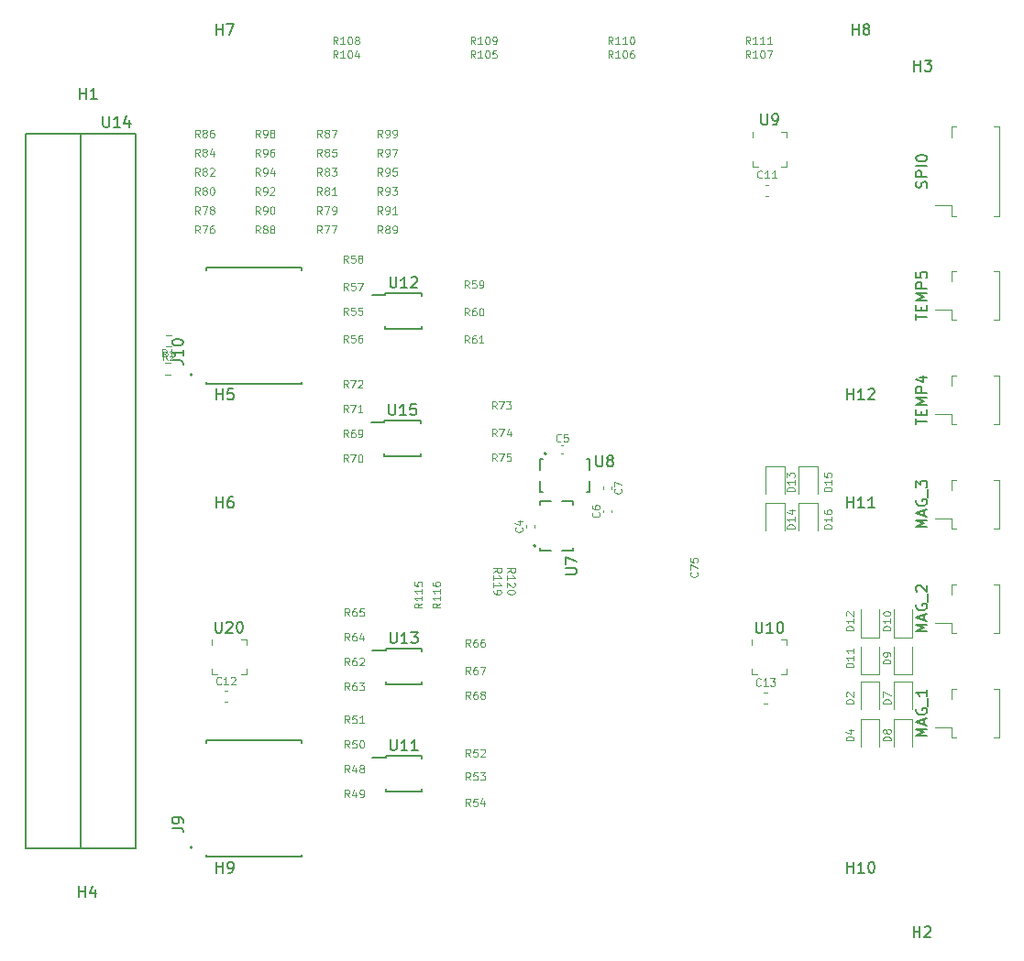
<source format=gto>
%TF.GenerationSoftware,KiCad,Pcbnew,(5.1.6)-1*%
%TF.CreationDate,2020-12-10T00:12:40+08:00*%
%TF.ProjectId,cubesat_obc,63756265-7361-4745-9f6f-62632e6b6963,rev?*%
%TF.SameCoordinates,Original*%
%TF.FileFunction,Legend,Top*%
%TF.FilePolarity,Positive*%
%FSLAX46Y46*%
G04 Gerber Fmt 4.6, Leading zero omitted, Abs format (unit mm)*
G04 Created by KiCad (PCBNEW (5.1.6)-1) date 2020-12-10 00:12:40*
%MOMM*%
%LPD*%
G01*
G04 APERTURE LIST*
%ADD10C,0.200000*%
%ADD11C,0.120000*%
%ADD12C,0.100000*%
%ADD13C,0.150000*%
%ADD14C,0.127000*%
G04 APERTURE END LIST*
D10*
%TO.C,U14*%
X114409006Y-59522998D02*
X114409006Y-125562998D01*
X109329006Y-125562998D02*
X109329006Y-59522998D01*
X119489006Y-125562998D02*
X109329006Y-125562998D01*
X119489006Y-59522998D02*
X119489006Y-125562998D01*
X109329006Y-59522998D02*
X119489006Y-59522998D01*
D11*
%TO.C,R2*%
X122792258Y-79135500D02*
X122317742Y-79135500D01*
X122792258Y-78090500D02*
X122317742Y-78090500D01*
%TO.C,R1*%
X122254242Y-80694000D02*
X122728758Y-80694000D01*
X122254242Y-81739000D02*
X122728758Y-81739000D01*
%TO.C,C13*%
X177532420Y-111123000D02*
X177813580Y-111123000D01*
X177532420Y-112143000D02*
X177813580Y-112143000D01*
%TO.C,C12*%
X127684920Y-110996000D02*
X127966080Y-110996000D01*
X127684920Y-112016000D02*
X127966080Y-112016000D01*
%TO.C,C11*%
X177659420Y-64196500D02*
X177940580Y-64196500D01*
X177659420Y-65216500D02*
X177940580Y-65216500D01*
%TO.C,C7*%
X162708000Y-92309836D02*
X162708000Y-92094164D01*
X163428000Y-92309836D02*
X163428000Y-92094164D01*
%TO.C,C6*%
X162708000Y-94468836D02*
X162708000Y-94253164D01*
X163428000Y-94468836D02*
X163428000Y-94253164D01*
%TO.C,C5*%
X158776164Y-88283000D02*
X158991836Y-88283000D01*
X158776164Y-89003000D02*
X158991836Y-89003000D01*
%TO.C,C4*%
X155596000Y-95865836D02*
X155596000Y-95650164D01*
X156316000Y-95865836D02*
X156316000Y-95650164D01*
%TO.C,D2*%
X188175000Y-110133000D02*
X186475000Y-110133000D01*
X186475000Y-110133000D02*
X186475000Y-112683000D01*
X188175000Y-110133000D02*
X188175000Y-112683000D01*
%TO.C,D4*%
X188175000Y-113562000D02*
X186475000Y-113562000D01*
X186475000Y-113562000D02*
X186475000Y-116112000D01*
X188175000Y-113562000D02*
X188175000Y-116112000D01*
%TO.C,D7*%
X191223000Y-110133000D02*
X189523000Y-110133000D01*
X189523000Y-110133000D02*
X189523000Y-112683000D01*
X191223000Y-110133000D02*
X191223000Y-112683000D01*
%TO.C,D8*%
X191223000Y-113562000D02*
X189523000Y-113562000D01*
X189523000Y-113562000D02*
X189523000Y-116112000D01*
X191223000Y-113562000D02*
X191223000Y-116112000D01*
%TO.C,D9*%
X189523000Y-109450000D02*
X191223000Y-109450000D01*
X191223000Y-109450000D02*
X191223000Y-106900000D01*
X189523000Y-109450000D02*
X189523000Y-106900000D01*
%TO.C,D10*%
X189523000Y-106021000D02*
X191223000Y-106021000D01*
X191223000Y-106021000D02*
X191223000Y-103471000D01*
X189523000Y-106021000D02*
X189523000Y-103471000D01*
%TO.C,D11*%
X186475000Y-109450000D02*
X188175000Y-109450000D01*
X188175000Y-109450000D02*
X188175000Y-106900000D01*
X186475000Y-109450000D02*
X186475000Y-106900000D01*
%TO.C,D12*%
X186475000Y-106021000D02*
X188175000Y-106021000D01*
X188175000Y-106021000D02*
X188175000Y-103471000D01*
X186475000Y-106021000D02*
X186475000Y-103471000D01*
%TO.C,D13*%
X179412000Y-90194000D02*
X177712000Y-90194000D01*
X177712000Y-90194000D02*
X177712000Y-92744000D01*
X179412000Y-90194000D02*
X179412000Y-92744000D01*
%TO.C,D14*%
X179412000Y-93623000D02*
X177712000Y-93623000D01*
X177712000Y-93623000D02*
X177712000Y-96173000D01*
X179412000Y-93623000D02*
X179412000Y-96173000D01*
%TO.C,D15*%
X182460000Y-90194000D02*
X180760000Y-90194000D01*
X180760000Y-90194000D02*
X180760000Y-92744000D01*
X182460000Y-90194000D02*
X182460000Y-92744000D01*
%TO.C,D16*%
X182460000Y-93623000D02*
X180760000Y-93623000D01*
X180760000Y-93623000D02*
X180760000Y-96173000D01*
X182460000Y-93623000D02*
X182460000Y-96173000D01*
D12*
%TO.C,U9*%
X179154000Y-59296500D02*
X179654000Y-59296500D01*
X179654000Y-59296500D02*
X179654000Y-59796500D01*
X179654000Y-62496500D02*
X179654000Y-61996500D01*
X179654000Y-61996500D02*
X179654000Y-62496500D01*
X179654000Y-62496500D02*
X179154000Y-62496500D01*
X176454000Y-62496500D02*
X176954000Y-62496500D01*
X176454000Y-62496500D02*
X176454000Y-61996500D01*
X176454000Y-59296500D02*
X176454000Y-59796500D01*
%TO.C,U10*%
X179123000Y-106262000D02*
X179623000Y-106262000D01*
X179623000Y-106262000D02*
X179623000Y-106762000D01*
X179623000Y-109462000D02*
X179623000Y-108962000D01*
X179623000Y-108962000D02*
X179623000Y-109462000D01*
X179623000Y-109462000D02*
X179123000Y-109462000D01*
X176423000Y-109462000D02*
X176923000Y-109462000D01*
X176423000Y-109462000D02*
X176423000Y-108962000D01*
X176423000Y-106262000D02*
X176423000Y-106762000D01*
%TO.C,U20*%
X129213500Y-106246500D02*
X129713500Y-106246500D01*
X129713500Y-106246500D02*
X129713500Y-106746500D01*
X129713500Y-109446500D02*
X129713500Y-108946500D01*
X129713500Y-108946500D02*
X129713500Y-109446500D01*
X129713500Y-109446500D02*
X129213500Y-109446500D01*
X126513500Y-109446500D02*
X127013500Y-109446500D01*
X126513500Y-109446500D02*
X126513500Y-108946500D01*
X126513500Y-106246500D02*
X126513500Y-106746500D01*
D11*
%TO.C,MAG_1*%
X195272500Y-115265000D02*
X194822500Y-115265000D01*
X194822500Y-115265000D02*
X194822500Y-114315000D01*
X194822500Y-114315000D02*
X193332500Y-114315000D01*
X195272500Y-110795000D02*
X194822500Y-110795000D01*
X194822500Y-110795000D02*
X194822500Y-111745000D01*
X198792500Y-115265000D02*
X199242500Y-115265000D01*
X199242500Y-115265000D02*
X199242500Y-110795000D01*
X199242500Y-110795000D02*
X198792500Y-110795000D01*
%TO.C,MAG_3*%
X195272500Y-95961000D02*
X194822500Y-95961000D01*
X194822500Y-95961000D02*
X194822500Y-95011000D01*
X194822500Y-95011000D02*
X193332500Y-95011000D01*
X195272500Y-91491000D02*
X194822500Y-91491000D01*
X194822500Y-91491000D02*
X194822500Y-92441000D01*
X198792500Y-95961000D02*
X199242500Y-95961000D01*
X199242500Y-95961000D02*
X199242500Y-91491000D01*
X199242500Y-91491000D02*
X198792500Y-91491000D01*
%TO.C,MAG_2*%
X195272500Y-105613000D02*
X194822500Y-105613000D01*
X194822500Y-105613000D02*
X194822500Y-104663000D01*
X194822500Y-104663000D02*
X193332500Y-104663000D01*
X195272500Y-101143000D02*
X194822500Y-101143000D01*
X194822500Y-101143000D02*
X194822500Y-102093000D01*
X198792500Y-105613000D02*
X199242500Y-105613000D01*
X199242500Y-105613000D02*
X199242500Y-101143000D01*
X199242500Y-101143000D02*
X198792500Y-101143000D01*
%TO.C,TEMP5*%
X195272500Y-76657000D02*
X194822500Y-76657000D01*
X194822500Y-76657000D02*
X194822500Y-75707000D01*
X194822500Y-75707000D02*
X193332500Y-75707000D01*
X195272500Y-72187000D02*
X194822500Y-72187000D01*
X194822500Y-72187000D02*
X194822500Y-73137000D01*
X198792500Y-76657000D02*
X199242500Y-76657000D01*
X199242500Y-76657000D02*
X199242500Y-72187000D01*
X199242500Y-72187000D02*
X198792500Y-72187000D01*
%TO.C,TEMP4*%
X195272500Y-86309000D02*
X194822500Y-86309000D01*
X194822500Y-86309000D02*
X194822500Y-85359000D01*
X194822500Y-85359000D02*
X193332500Y-85359000D01*
X195272500Y-81839000D02*
X194822500Y-81839000D01*
X194822500Y-81839000D02*
X194822500Y-82789000D01*
X198792500Y-86309000D02*
X199242500Y-86309000D01*
X199242500Y-86309000D02*
X199242500Y-81839000D01*
X199242500Y-81839000D02*
X198792500Y-81839000D01*
D13*
%TO.C,U11*%
X142597000Y-117168000D02*
X141372000Y-117168000D01*
X142597000Y-120293000D02*
X145947000Y-120293000D01*
X142597000Y-116943000D02*
X145947000Y-116943000D01*
X142597000Y-120293000D02*
X142597000Y-119993000D01*
X145947000Y-120293000D02*
X145947000Y-119993000D01*
X145947000Y-116943000D02*
X145947000Y-117243000D01*
X142597000Y-116943000D02*
X142597000Y-117168000D01*
%TO.C,U12*%
X142566520Y-74404560D02*
X141341520Y-74404560D01*
X142566520Y-77529560D02*
X145916520Y-77529560D01*
X142566520Y-74179560D02*
X145916520Y-74179560D01*
X142566520Y-77529560D02*
X142566520Y-77229560D01*
X145916520Y-77529560D02*
X145916520Y-77229560D01*
X145916520Y-74179560D02*
X145916520Y-74479560D01*
X142566520Y-74179560D02*
X142566520Y-74404560D01*
D14*
%TO.C,U8*%
X156851000Y-90559000D02*
X156851000Y-89529000D01*
X156851000Y-89529000D02*
X157131000Y-89529000D01*
X161131000Y-89529000D02*
X161411000Y-89529000D01*
X161411000Y-89529000D02*
X161411000Y-90559000D01*
X161411000Y-91559000D02*
X161411000Y-92589000D01*
X161411000Y-92589000D02*
X161131000Y-92589000D01*
X156851000Y-91559000D02*
X156851000Y-92589000D01*
X156851000Y-92589000D02*
X157131000Y-92589000D01*
D10*
X157431000Y-89059000D02*
G75*
G03*
X157431000Y-89059000I-100000J0D01*
G01*
D13*
%TO.C,U13*%
X142597000Y-107037000D02*
X142597000Y-107262000D01*
X145947000Y-107037000D02*
X145947000Y-107337000D01*
X145947000Y-110387000D02*
X145947000Y-110087000D01*
X142597000Y-110387000D02*
X142597000Y-110087000D01*
X142597000Y-107037000D02*
X145947000Y-107037000D01*
X142597000Y-110387000D02*
X145947000Y-110387000D01*
X142597000Y-107262000D02*
X141372000Y-107262000D01*
%TO.C,U15*%
X142470000Y-85955000D02*
X142470000Y-86180000D01*
X145820000Y-85955000D02*
X145820000Y-86255000D01*
X145820000Y-89305000D02*
X145820000Y-89005000D01*
X142470000Y-89305000D02*
X142470000Y-89005000D01*
X142470000Y-85955000D02*
X145820000Y-85955000D01*
X142470000Y-89305000D02*
X145820000Y-89305000D01*
X142470000Y-86180000D02*
X141245000Y-86180000D01*
D10*
%TO.C,J10*%
X126036300Y-82431560D02*
X126036300Y-82631560D01*
X126036300Y-82631560D02*
X134796300Y-82631560D01*
X134796300Y-82631560D02*
X134796300Y-82431560D01*
X126036300Y-71871560D02*
X134796300Y-71871560D01*
X126036300Y-72071560D02*
X126036300Y-71871560D01*
X134796300Y-71871560D02*
X134796300Y-72071560D01*
X124716300Y-81751560D02*
G75*
G03*
X124716300Y-81751560I-100000J0D01*
G01*
%TO.C,J9*%
X126031220Y-126117020D02*
X126031220Y-126317020D01*
X126031220Y-126317020D02*
X134791220Y-126317020D01*
X134791220Y-126317020D02*
X134791220Y-126117020D01*
X126031220Y-115557020D02*
X134791220Y-115557020D01*
X126031220Y-115757020D02*
X126031220Y-115557020D01*
X134791220Y-115557020D02*
X134791220Y-115757020D01*
X124711220Y-125437020D02*
G75*
G03*
X124711220Y-125437020I-100000J0D01*
G01*
D11*
%TO.C,SPI0*%
X195272500Y-67072000D02*
X194822500Y-67072000D01*
X194822500Y-67072000D02*
X194822500Y-66122000D01*
X194822500Y-66122000D02*
X193332500Y-66122000D01*
X195272500Y-58852000D02*
X194822500Y-58852000D01*
X194822500Y-58852000D02*
X194822500Y-59802000D01*
X198792500Y-67072000D02*
X199242500Y-67072000D01*
X199242500Y-67072000D02*
X199242500Y-58852000D01*
X199242500Y-58852000D02*
X198792500Y-58852000D01*
D14*
%TO.C,U7*%
X157869000Y-98038000D02*
X156839000Y-98038000D01*
X156839000Y-98038000D02*
X156839000Y-97758000D01*
X156839000Y-93758000D02*
X156839000Y-93478000D01*
X156839000Y-93478000D02*
X157869000Y-93478000D01*
X158869000Y-93478000D02*
X159899000Y-93478000D01*
X159899000Y-93478000D02*
X159899000Y-93758000D01*
X158869000Y-98038000D02*
X159899000Y-98038000D01*
X159899000Y-98038000D02*
X159899000Y-97758000D01*
D10*
X156469000Y-97558000D02*
G75*
G03*
X156469000Y-97558000I-100000J0D01*
G01*
%TO.C,U14*%
D13*
X116490904Y-57872380D02*
X116490904Y-58681904D01*
X116538523Y-58777142D01*
X116586142Y-58824761D01*
X116681380Y-58872380D01*
X116871857Y-58872380D01*
X116967095Y-58824761D01*
X117014714Y-58777142D01*
X117062333Y-58681904D01*
X117062333Y-57872380D01*
X118062333Y-58872380D02*
X117490904Y-58872380D01*
X117776619Y-58872380D02*
X117776619Y-57872380D01*
X117681380Y-58015238D01*
X117586142Y-58110476D01*
X117490904Y-58158095D01*
X118919476Y-58205714D02*
X118919476Y-58872380D01*
X118681380Y-57824761D02*
X118443285Y-58539047D01*
X119062333Y-58539047D01*
%TO.C,R56*%
D12*
X139123000Y-78775666D02*
X138889666Y-78442333D01*
X138723000Y-78775666D02*
X138723000Y-78075666D01*
X138989666Y-78075666D01*
X139056333Y-78109000D01*
X139089666Y-78142333D01*
X139123000Y-78209000D01*
X139123000Y-78309000D01*
X139089666Y-78375666D01*
X139056333Y-78409000D01*
X138989666Y-78442333D01*
X138723000Y-78442333D01*
X139756333Y-78075666D02*
X139423000Y-78075666D01*
X139389666Y-78409000D01*
X139423000Y-78375666D01*
X139489666Y-78342333D01*
X139656333Y-78342333D01*
X139723000Y-78375666D01*
X139756333Y-78409000D01*
X139789666Y-78475666D01*
X139789666Y-78642333D01*
X139756333Y-78709000D01*
X139723000Y-78742333D01*
X139656333Y-78775666D01*
X139489666Y-78775666D01*
X139423000Y-78742333D01*
X139389666Y-78709000D01*
X140389666Y-78075666D02*
X140256333Y-78075666D01*
X140189666Y-78109000D01*
X140156333Y-78142333D01*
X140089666Y-78242333D01*
X140056333Y-78375666D01*
X140056333Y-78642333D01*
X140089666Y-78709000D01*
X140123000Y-78742333D01*
X140189666Y-78775666D01*
X140323000Y-78775666D01*
X140389666Y-78742333D01*
X140423000Y-78709000D01*
X140456333Y-78642333D01*
X140456333Y-78475666D01*
X140423000Y-78409000D01*
X140389666Y-78375666D01*
X140323000Y-78342333D01*
X140189666Y-78342333D01*
X140123000Y-78375666D01*
X140089666Y-78409000D01*
X140056333Y-78475666D01*
%TO.C,R55*%
X139123000Y-76235666D02*
X138889666Y-75902333D01*
X138723000Y-76235666D02*
X138723000Y-75535666D01*
X138989666Y-75535666D01*
X139056333Y-75569000D01*
X139089666Y-75602333D01*
X139123000Y-75669000D01*
X139123000Y-75769000D01*
X139089666Y-75835666D01*
X139056333Y-75869000D01*
X138989666Y-75902333D01*
X138723000Y-75902333D01*
X139756333Y-75535666D02*
X139423000Y-75535666D01*
X139389666Y-75869000D01*
X139423000Y-75835666D01*
X139489666Y-75802333D01*
X139656333Y-75802333D01*
X139723000Y-75835666D01*
X139756333Y-75869000D01*
X139789666Y-75935666D01*
X139789666Y-76102333D01*
X139756333Y-76169000D01*
X139723000Y-76202333D01*
X139656333Y-76235666D01*
X139489666Y-76235666D01*
X139423000Y-76202333D01*
X139389666Y-76169000D01*
X140423000Y-75535666D02*
X140089666Y-75535666D01*
X140056333Y-75869000D01*
X140089666Y-75835666D01*
X140156333Y-75802333D01*
X140323000Y-75802333D01*
X140389666Y-75835666D01*
X140423000Y-75869000D01*
X140456333Y-75935666D01*
X140456333Y-76102333D01*
X140423000Y-76169000D01*
X140389666Y-76202333D01*
X140323000Y-76235666D01*
X140156333Y-76235666D01*
X140089666Y-76202333D01*
X140056333Y-76169000D01*
%TO.C,R54*%
X150426000Y-121628666D02*
X150192666Y-121295333D01*
X150026000Y-121628666D02*
X150026000Y-120928666D01*
X150292666Y-120928666D01*
X150359333Y-120962000D01*
X150392666Y-120995333D01*
X150426000Y-121062000D01*
X150426000Y-121162000D01*
X150392666Y-121228666D01*
X150359333Y-121262000D01*
X150292666Y-121295333D01*
X150026000Y-121295333D01*
X151059333Y-120928666D02*
X150726000Y-120928666D01*
X150692666Y-121262000D01*
X150726000Y-121228666D01*
X150792666Y-121195333D01*
X150959333Y-121195333D01*
X151026000Y-121228666D01*
X151059333Y-121262000D01*
X151092666Y-121328666D01*
X151092666Y-121495333D01*
X151059333Y-121562000D01*
X151026000Y-121595333D01*
X150959333Y-121628666D01*
X150792666Y-121628666D01*
X150726000Y-121595333D01*
X150692666Y-121562000D01*
X151692666Y-121162000D02*
X151692666Y-121628666D01*
X151526000Y-120895333D02*
X151359333Y-121395333D01*
X151792666Y-121395333D01*
%TO.C,R53*%
X150426000Y-119215666D02*
X150192666Y-118882333D01*
X150026000Y-119215666D02*
X150026000Y-118515666D01*
X150292666Y-118515666D01*
X150359333Y-118549000D01*
X150392666Y-118582333D01*
X150426000Y-118649000D01*
X150426000Y-118749000D01*
X150392666Y-118815666D01*
X150359333Y-118849000D01*
X150292666Y-118882333D01*
X150026000Y-118882333D01*
X151059333Y-118515666D02*
X150726000Y-118515666D01*
X150692666Y-118849000D01*
X150726000Y-118815666D01*
X150792666Y-118782333D01*
X150959333Y-118782333D01*
X151026000Y-118815666D01*
X151059333Y-118849000D01*
X151092666Y-118915666D01*
X151092666Y-119082333D01*
X151059333Y-119149000D01*
X151026000Y-119182333D01*
X150959333Y-119215666D01*
X150792666Y-119215666D01*
X150726000Y-119182333D01*
X150692666Y-119149000D01*
X151326000Y-118515666D02*
X151759333Y-118515666D01*
X151526000Y-118782333D01*
X151626000Y-118782333D01*
X151692666Y-118815666D01*
X151726000Y-118849000D01*
X151759333Y-118915666D01*
X151759333Y-119082333D01*
X151726000Y-119149000D01*
X151692666Y-119182333D01*
X151626000Y-119215666D01*
X151426000Y-119215666D01*
X151359333Y-119182333D01*
X151326000Y-119149000D01*
%TO.C,R52*%
X150426000Y-117056666D02*
X150192666Y-116723333D01*
X150026000Y-117056666D02*
X150026000Y-116356666D01*
X150292666Y-116356666D01*
X150359333Y-116390000D01*
X150392666Y-116423333D01*
X150426000Y-116490000D01*
X150426000Y-116590000D01*
X150392666Y-116656666D01*
X150359333Y-116690000D01*
X150292666Y-116723333D01*
X150026000Y-116723333D01*
X151059333Y-116356666D02*
X150726000Y-116356666D01*
X150692666Y-116690000D01*
X150726000Y-116656666D01*
X150792666Y-116623333D01*
X150959333Y-116623333D01*
X151026000Y-116656666D01*
X151059333Y-116690000D01*
X151092666Y-116756666D01*
X151092666Y-116923333D01*
X151059333Y-116990000D01*
X151026000Y-117023333D01*
X150959333Y-117056666D01*
X150792666Y-117056666D01*
X150726000Y-117023333D01*
X150692666Y-116990000D01*
X151359333Y-116423333D02*
X151392666Y-116390000D01*
X151459333Y-116356666D01*
X151626000Y-116356666D01*
X151692666Y-116390000D01*
X151726000Y-116423333D01*
X151759333Y-116490000D01*
X151759333Y-116556666D01*
X151726000Y-116656666D01*
X151326000Y-117056666D01*
X151759333Y-117056666D01*
%TO.C,R51*%
X139250000Y-113954666D02*
X139016666Y-113621333D01*
X138850000Y-113954666D02*
X138850000Y-113254666D01*
X139116666Y-113254666D01*
X139183333Y-113288000D01*
X139216666Y-113321333D01*
X139250000Y-113388000D01*
X139250000Y-113488000D01*
X139216666Y-113554666D01*
X139183333Y-113588000D01*
X139116666Y-113621333D01*
X138850000Y-113621333D01*
X139883333Y-113254666D02*
X139550000Y-113254666D01*
X139516666Y-113588000D01*
X139550000Y-113554666D01*
X139616666Y-113521333D01*
X139783333Y-113521333D01*
X139850000Y-113554666D01*
X139883333Y-113588000D01*
X139916666Y-113654666D01*
X139916666Y-113821333D01*
X139883333Y-113888000D01*
X139850000Y-113921333D01*
X139783333Y-113954666D01*
X139616666Y-113954666D01*
X139550000Y-113921333D01*
X139516666Y-113888000D01*
X140583333Y-113954666D02*
X140183333Y-113954666D01*
X140383333Y-113954666D02*
X140383333Y-113254666D01*
X140316666Y-113354666D01*
X140250000Y-113421333D01*
X140183333Y-113454666D01*
%TO.C,R115*%
X145958666Y-102891333D02*
X145625333Y-103124666D01*
X145958666Y-103291333D02*
X145258666Y-103291333D01*
X145258666Y-103024666D01*
X145292000Y-102958000D01*
X145325333Y-102924666D01*
X145392000Y-102891333D01*
X145492000Y-102891333D01*
X145558666Y-102924666D01*
X145592000Y-102958000D01*
X145625333Y-103024666D01*
X145625333Y-103291333D01*
X145958666Y-102224666D02*
X145958666Y-102624666D01*
X145958666Y-102424666D02*
X145258666Y-102424666D01*
X145358666Y-102491333D01*
X145425333Y-102558000D01*
X145458666Y-102624666D01*
X145958666Y-101558000D02*
X145958666Y-101958000D01*
X145958666Y-101758000D02*
X145258666Y-101758000D01*
X145358666Y-101824666D01*
X145425333Y-101891333D01*
X145458666Y-101958000D01*
X145258666Y-100924666D02*
X145258666Y-101258000D01*
X145592000Y-101291333D01*
X145558666Y-101258000D01*
X145525333Y-101191333D01*
X145525333Y-101024666D01*
X145558666Y-100958000D01*
X145592000Y-100924666D01*
X145658666Y-100891333D01*
X145825333Y-100891333D01*
X145892000Y-100924666D01*
X145925333Y-100958000D01*
X145958666Y-101024666D01*
X145958666Y-101191333D01*
X145925333Y-101258000D01*
X145892000Y-101291333D01*
%TO.C,R119*%
X152564333Y-100054666D02*
X152897666Y-99821333D01*
X152564333Y-99654666D02*
X153264333Y-99654666D01*
X153264333Y-99921333D01*
X153231000Y-99988000D01*
X153197666Y-100021333D01*
X153131000Y-100054666D01*
X153031000Y-100054666D01*
X152964333Y-100021333D01*
X152931000Y-99988000D01*
X152897666Y-99921333D01*
X152897666Y-99654666D01*
X152564333Y-100721333D02*
X152564333Y-100321333D01*
X152564333Y-100521333D02*
X153264333Y-100521333D01*
X153164333Y-100454666D01*
X153097666Y-100388000D01*
X153064333Y-100321333D01*
X152564333Y-101388000D02*
X152564333Y-100988000D01*
X152564333Y-101188000D02*
X153264333Y-101188000D01*
X153164333Y-101121333D01*
X153097666Y-101054666D01*
X153064333Y-100988000D01*
X152564333Y-101721333D02*
X152564333Y-101854666D01*
X152597666Y-101921333D01*
X152631000Y-101954666D01*
X152731000Y-102021333D01*
X152864333Y-102054666D01*
X153131000Y-102054666D01*
X153197666Y-102021333D01*
X153231000Y-101988000D01*
X153264333Y-101921333D01*
X153264333Y-101788000D01*
X153231000Y-101721333D01*
X153197666Y-101688000D01*
X153131000Y-101654666D01*
X152964333Y-101654666D01*
X152897666Y-101688000D01*
X152864333Y-101721333D01*
X152831000Y-101788000D01*
X152831000Y-101921333D01*
X152864333Y-101988000D01*
X152897666Y-102021333D01*
X152964333Y-102054666D01*
%TO.C,R50*%
X139250000Y-116240666D02*
X139016666Y-115907333D01*
X138850000Y-116240666D02*
X138850000Y-115540666D01*
X139116666Y-115540666D01*
X139183333Y-115574000D01*
X139216666Y-115607333D01*
X139250000Y-115674000D01*
X139250000Y-115774000D01*
X139216666Y-115840666D01*
X139183333Y-115874000D01*
X139116666Y-115907333D01*
X138850000Y-115907333D01*
X139883333Y-115540666D02*
X139550000Y-115540666D01*
X139516666Y-115874000D01*
X139550000Y-115840666D01*
X139616666Y-115807333D01*
X139783333Y-115807333D01*
X139850000Y-115840666D01*
X139883333Y-115874000D01*
X139916666Y-115940666D01*
X139916666Y-116107333D01*
X139883333Y-116174000D01*
X139850000Y-116207333D01*
X139783333Y-116240666D01*
X139616666Y-116240666D01*
X139550000Y-116207333D01*
X139516666Y-116174000D01*
X140350000Y-115540666D02*
X140416666Y-115540666D01*
X140483333Y-115574000D01*
X140516666Y-115607333D01*
X140550000Y-115674000D01*
X140583333Y-115807333D01*
X140583333Y-115974000D01*
X140550000Y-116107333D01*
X140516666Y-116174000D01*
X140483333Y-116207333D01*
X140416666Y-116240666D01*
X140350000Y-116240666D01*
X140283333Y-116207333D01*
X140250000Y-116174000D01*
X140216666Y-116107333D01*
X140183333Y-115974000D01*
X140183333Y-115807333D01*
X140216666Y-115674000D01*
X140250000Y-115607333D01*
X140283333Y-115574000D01*
X140350000Y-115540666D01*
%TO.C,R49*%
X139250000Y-120812666D02*
X139016666Y-120479333D01*
X138850000Y-120812666D02*
X138850000Y-120112666D01*
X139116666Y-120112666D01*
X139183333Y-120146000D01*
X139216666Y-120179333D01*
X139250000Y-120246000D01*
X139250000Y-120346000D01*
X139216666Y-120412666D01*
X139183333Y-120446000D01*
X139116666Y-120479333D01*
X138850000Y-120479333D01*
X139850000Y-120346000D02*
X139850000Y-120812666D01*
X139683333Y-120079333D02*
X139516666Y-120579333D01*
X139950000Y-120579333D01*
X140250000Y-120812666D02*
X140383333Y-120812666D01*
X140450000Y-120779333D01*
X140483333Y-120746000D01*
X140550000Y-120646000D01*
X140583333Y-120512666D01*
X140583333Y-120246000D01*
X140550000Y-120179333D01*
X140516666Y-120146000D01*
X140450000Y-120112666D01*
X140316666Y-120112666D01*
X140250000Y-120146000D01*
X140216666Y-120179333D01*
X140183333Y-120246000D01*
X140183333Y-120412666D01*
X140216666Y-120479333D01*
X140250000Y-120512666D01*
X140316666Y-120546000D01*
X140450000Y-120546000D01*
X140516666Y-120512666D01*
X140550000Y-120479333D01*
X140583333Y-120412666D01*
%TO.C,R48*%
X139250000Y-118526666D02*
X139016666Y-118193333D01*
X138850000Y-118526666D02*
X138850000Y-117826666D01*
X139116666Y-117826666D01*
X139183333Y-117860000D01*
X139216666Y-117893333D01*
X139250000Y-117960000D01*
X139250000Y-118060000D01*
X139216666Y-118126666D01*
X139183333Y-118160000D01*
X139116666Y-118193333D01*
X138850000Y-118193333D01*
X139850000Y-118060000D02*
X139850000Y-118526666D01*
X139683333Y-117793333D02*
X139516666Y-118293333D01*
X139950000Y-118293333D01*
X140316666Y-118126666D02*
X140250000Y-118093333D01*
X140216666Y-118060000D01*
X140183333Y-117993333D01*
X140183333Y-117960000D01*
X140216666Y-117893333D01*
X140250000Y-117860000D01*
X140316666Y-117826666D01*
X140450000Y-117826666D01*
X140516666Y-117860000D01*
X140550000Y-117893333D01*
X140583333Y-117960000D01*
X140583333Y-117993333D01*
X140550000Y-118060000D01*
X140516666Y-118093333D01*
X140450000Y-118126666D01*
X140316666Y-118126666D01*
X140250000Y-118160000D01*
X140216666Y-118193333D01*
X140183333Y-118260000D01*
X140183333Y-118393333D01*
X140216666Y-118460000D01*
X140250000Y-118493333D01*
X140316666Y-118526666D01*
X140450000Y-118526666D01*
X140516666Y-118493333D01*
X140550000Y-118460000D01*
X140583333Y-118393333D01*
X140583333Y-118260000D01*
X140550000Y-118193333D01*
X140516666Y-118160000D01*
X140450000Y-118126666D01*
%TO.C,R120*%
X153834333Y-100054666D02*
X154167666Y-99821333D01*
X153834333Y-99654666D02*
X154534333Y-99654666D01*
X154534333Y-99921333D01*
X154501000Y-99988000D01*
X154467666Y-100021333D01*
X154401000Y-100054666D01*
X154301000Y-100054666D01*
X154234333Y-100021333D01*
X154201000Y-99988000D01*
X154167666Y-99921333D01*
X154167666Y-99654666D01*
X153834333Y-100721333D02*
X153834333Y-100321333D01*
X153834333Y-100521333D02*
X154534333Y-100521333D01*
X154434333Y-100454666D01*
X154367666Y-100388000D01*
X154334333Y-100321333D01*
X154467666Y-100988000D02*
X154501000Y-101021333D01*
X154534333Y-101088000D01*
X154534333Y-101254666D01*
X154501000Y-101321333D01*
X154467666Y-101354666D01*
X154401000Y-101388000D01*
X154334333Y-101388000D01*
X154234333Y-101354666D01*
X153834333Y-100954666D01*
X153834333Y-101388000D01*
X154534333Y-101821333D02*
X154534333Y-101888000D01*
X154501000Y-101954666D01*
X154467666Y-101988000D01*
X154401000Y-102021333D01*
X154267666Y-102054666D01*
X154101000Y-102054666D01*
X153967666Y-102021333D01*
X153901000Y-101988000D01*
X153867666Y-101954666D01*
X153834333Y-101888000D01*
X153834333Y-101821333D01*
X153867666Y-101754666D01*
X153901000Y-101721333D01*
X153967666Y-101688000D01*
X154101000Y-101654666D01*
X154267666Y-101654666D01*
X154401000Y-101688000D01*
X154467666Y-101721333D01*
X154501000Y-101754666D01*
X154534333Y-101821333D01*
%TO.C,R116*%
X147609666Y-102891333D02*
X147276333Y-103124666D01*
X147609666Y-103291333D02*
X146909666Y-103291333D01*
X146909666Y-103024666D01*
X146943000Y-102958000D01*
X146976333Y-102924666D01*
X147043000Y-102891333D01*
X147143000Y-102891333D01*
X147209666Y-102924666D01*
X147243000Y-102958000D01*
X147276333Y-103024666D01*
X147276333Y-103291333D01*
X147609666Y-102224666D02*
X147609666Y-102624666D01*
X147609666Y-102424666D02*
X146909666Y-102424666D01*
X147009666Y-102491333D01*
X147076333Y-102558000D01*
X147109666Y-102624666D01*
X147609666Y-101558000D02*
X147609666Y-101958000D01*
X147609666Y-101758000D02*
X146909666Y-101758000D01*
X147009666Y-101824666D01*
X147076333Y-101891333D01*
X147109666Y-101958000D01*
X146909666Y-100958000D02*
X146909666Y-101091333D01*
X146943000Y-101158000D01*
X146976333Y-101191333D01*
X147076333Y-101258000D01*
X147209666Y-101291333D01*
X147476333Y-101291333D01*
X147543000Y-101258000D01*
X147576333Y-101224666D01*
X147609666Y-101158000D01*
X147609666Y-101024666D01*
X147576333Y-100958000D01*
X147543000Y-100924666D01*
X147476333Y-100891333D01*
X147309666Y-100891333D01*
X147243000Y-100924666D01*
X147209666Y-100958000D01*
X147176333Y-101024666D01*
X147176333Y-101158000D01*
X147209666Y-101224666D01*
X147243000Y-101258000D01*
X147309666Y-101291333D01*
%TO.C,R107*%
X176254666Y-52486666D02*
X176021333Y-52153333D01*
X175854666Y-52486666D02*
X175854666Y-51786666D01*
X176121333Y-51786666D01*
X176188000Y-51820000D01*
X176221333Y-51853333D01*
X176254666Y-51920000D01*
X176254666Y-52020000D01*
X176221333Y-52086666D01*
X176188000Y-52120000D01*
X176121333Y-52153333D01*
X175854666Y-52153333D01*
X176921333Y-52486666D02*
X176521333Y-52486666D01*
X176721333Y-52486666D02*
X176721333Y-51786666D01*
X176654666Y-51886666D01*
X176588000Y-51953333D01*
X176521333Y-51986666D01*
X177354666Y-51786666D02*
X177421333Y-51786666D01*
X177488000Y-51820000D01*
X177521333Y-51853333D01*
X177554666Y-51920000D01*
X177588000Y-52053333D01*
X177588000Y-52220000D01*
X177554666Y-52353333D01*
X177521333Y-52420000D01*
X177488000Y-52453333D01*
X177421333Y-52486666D01*
X177354666Y-52486666D01*
X177288000Y-52453333D01*
X177254666Y-52420000D01*
X177221333Y-52353333D01*
X177188000Y-52220000D01*
X177188000Y-52053333D01*
X177221333Y-51920000D01*
X177254666Y-51853333D01*
X177288000Y-51820000D01*
X177354666Y-51786666D01*
X177821333Y-51786666D02*
X178288000Y-51786666D01*
X177988000Y-52486666D01*
%TO.C,R111*%
X176254666Y-51216666D02*
X176021333Y-50883333D01*
X175854666Y-51216666D02*
X175854666Y-50516666D01*
X176121333Y-50516666D01*
X176188000Y-50550000D01*
X176221333Y-50583333D01*
X176254666Y-50650000D01*
X176254666Y-50750000D01*
X176221333Y-50816666D01*
X176188000Y-50850000D01*
X176121333Y-50883333D01*
X175854666Y-50883333D01*
X176921333Y-51216666D02*
X176521333Y-51216666D01*
X176721333Y-51216666D02*
X176721333Y-50516666D01*
X176654666Y-50616666D01*
X176588000Y-50683333D01*
X176521333Y-50716666D01*
X177588000Y-51216666D02*
X177188000Y-51216666D01*
X177388000Y-51216666D02*
X177388000Y-50516666D01*
X177321333Y-50616666D01*
X177254666Y-50683333D01*
X177188000Y-50716666D01*
X178254666Y-51216666D02*
X177854666Y-51216666D01*
X178054666Y-51216666D02*
X178054666Y-50516666D01*
X177988000Y-50616666D01*
X177921333Y-50683333D01*
X177854666Y-50716666D01*
%TO.C,R62*%
X139250000Y-108620666D02*
X139016666Y-108287333D01*
X138850000Y-108620666D02*
X138850000Y-107920666D01*
X139116666Y-107920666D01*
X139183333Y-107954000D01*
X139216666Y-107987333D01*
X139250000Y-108054000D01*
X139250000Y-108154000D01*
X139216666Y-108220666D01*
X139183333Y-108254000D01*
X139116666Y-108287333D01*
X138850000Y-108287333D01*
X139850000Y-107920666D02*
X139716666Y-107920666D01*
X139650000Y-107954000D01*
X139616666Y-107987333D01*
X139550000Y-108087333D01*
X139516666Y-108220666D01*
X139516666Y-108487333D01*
X139550000Y-108554000D01*
X139583333Y-108587333D01*
X139650000Y-108620666D01*
X139783333Y-108620666D01*
X139850000Y-108587333D01*
X139883333Y-108554000D01*
X139916666Y-108487333D01*
X139916666Y-108320666D01*
X139883333Y-108254000D01*
X139850000Y-108220666D01*
X139783333Y-108187333D01*
X139650000Y-108187333D01*
X139583333Y-108220666D01*
X139550000Y-108254000D01*
X139516666Y-108320666D01*
X140183333Y-107987333D02*
X140216666Y-107954000D01*
X140283333Y-107920666D01*
X140450000Y-107920666D01*
X140516666Y-107954000D01*
X140550000Y-107987333D01*
X140583333Y-108054000D01*
X140583333Y-108120666D01*
X140550000Y-108220666D01*
X140150000Y-108620666D01*
X140583333Y-108620666D01*
%TO.C,R75*%
X152839000Y-89751666D02*
X152605666Y-89418333D01*
X152439000Y-89751666D02*
X152439000Y-89051666D01*
X152705666Y-89051666D01*
X152772333Y-89085000D01*
X152805666Y-89118333D01*
X152839000Y-89185000D01*
X152839000Y-89285000D01*
X152805666Y-89351666D01*
X152772333Y-89385000D01*
X152705666Y-89418333D01*
X152439000Y-89418333D01*
X153072333Y-89051666D02*
X153539000Y-89051666D01*
X153239000Y-89751666D01*
X154139000Y-89051666D02*
X153805666Y-89051666D01*
X153772333Y-89385000D01*
X153805666Y-89351666D01*
X153872333Y-89318333D01*
X154039000Y-89318333D01*
X154105666Y-89351666D01*
X154139000Y-89385000D01*
X154172333Y-89451666D01*
X154172333Y-89618333D01*
X154139000Y-89685000D01*
X154105666Y-89718333D01*
X154039000Y-89751666D01*
X153872333Y-89751666D01*
X153805666Y-89718333D01*
X153772333Y-89685000D01*
%TO.C,R74*%
X152839000Y-87465666D02*
X152605666Y-87132333D01*
X152439000Y-87465666D02*
X152439000Y-86765666D01*
X152705666Y-86765666D01*
X152772333Y-86799000D01*
X152805666Y-86832333D01*
X152839000Y-86899000D01*
X152839000Y-86999000D01*
X152805666Y-87065666D01*
X152772333Y-87099000D01*
X152705666Y-87132333D01*
X152439000Y-87132333D01*
X153072333Y-86765666D02*
X153539000Y-86765666D01*
X153239000Y-87465666D01*
X154105666Y-86999000D02*
X154105666Y-87465666D01*
X153939000Y-86732333D02*
X153772333Y-87232333D01*
X154205666Y-87232333D01*
%TO.C,R73*%
X152839000Y-84925666D02*
X152605666Y-84592333D01*
X152439000Y-84925666D02*
X152439000Y-84225666D01*
X152705666Y-84225666D01*
X152772333Y-84259000D01*
X152805666Y-84292333D01*
X152839000Y-84359000D01*
X152839000Y-84459000D01*
X152805666Y-84525666D01*
X152772333Y-84559000D01*
X152705666Y-84592333D01*
X152439000Y-84592333D01*
X153072333Y-84225666D02*
X153539000Y-84225666D01*
X153239000Y-84925666D01*
X153739000Y-84225666D02*
X154172333Y-84225666D01*
X153939000Y-84492333D01*
X154039000Y-84492333D01*
X154105666Y-84525666D01*
X154139000Y-84559000D01*
X154172333Y-84625666D01*
X154172333Y-84792333D01*
X154139000Y-84859000D01*
X154105666Y-84892333D01*
X154039000Y-84925666D01*
X153839000Y-84925666D01*
X153772333Y-84892333D01*
X153739000Y-84859000D01*
%TO.C,R72*%
X139123000Y-82966666D02*
X138889666Y-82633333D01*
X138723000Y-82966666D02*
X138723000Y-82266666D01*
X138989666Y-82266666D01*
X139056333Y-82300000D01*
X139089666Y-82333333D01*
X139123000Y-82400000D01*
X139123000Y-82500000D01*
X139089666Y-82566666D01*
X139056333Y-82600000D01*
X138989666Y-82633333D01*
X138723000Y-82633333D01*
X139356333Y-82266666D02*
X139823000Y-82266666D01*
X139523000Y-82966666D01*
X140056333Y-82333333D02*
X140089666Y-82300000D01*
X140156333Y-82266666D01*
X140323000Y-82266666D01*
X140389666Y-82300000D01*
X140423000Y-82333333D01*
X140456333Y-82400000D01*
X140456333Y-82466666D01*
X140423000Y-82566666D01*
X140023000Y-82966666D01*
X140456333Y-82966666D01*
%TO.C,R71*%
X139123000Y-85252666D02*
X138889666Y-84919333D01*
X138723000Y-85252666D02*
X138723000Y-84552666D01*
X138989666Y-84552666D01*
X139056333Y-84586000D01*
X139089666Y-84619333D01*
X139123000Y-84686000D01*
X139123000Y-84786000D01*
X139089666Y-84852666D01*
X139056333Y-84886000D01*
X138989666Y-84919333D01*
X138723000Y-84919333D01*
X139356333Y-84552666D02*
X139823000Y-84552666D01*
X139523000Y-85252666D01*
X140456333Y-85252666D02*
X140056333Y-85252666D01*
X140256333Y-85252666D02*
X140256333Y-84552666D01*
X140189666Y-84652666D01*
X140123000Y-84719333D01*
X140056333Y-84752666D01*
%TO.C,R70*%
X139123000Y-89824666D02*
X138889666Y-89491333D01*
X138723000Y-89824666D02*
X138723000Y-89124666D01*
X138989666Y-89124666D01*
X139056333Y-89158000D01*
X139089666Y-89191333D01*
X139123000Y-89258000D01*
X139123000Y-89358000D01*
X139089666Y-89424666D01*
X139056333Y-89458000D01*
X138989666Y-89491333D01*
X138723000Y-89491333D01*
X139356333Y-89124666D02*
X139823000Y-89124666D01*
X139523000Y-89824666D01*
X140223000Y-89124666D02*
X140289666Y-89124666D01*
X140356333Y-89158000D01*
X140389666Y-89191333D01*
X140423000Y-89258000D01*
X140456333Y-89391333D01*
X140456333Y-89558000D01*
X140423000Y-89691333D01*
X140389666Y-89758000D01*
X140356333Y-89791333D01*
X140289666Y-89824666D01*
X140223000Y-89824666D01*
X140156333Y-89791333D01*
X140123000Y-89758000D01*
X140089666Y-89691333D01*
X140056333Y-89558000D01*
X140056333Y-89391333D01*
X140089666Y-89258000D01*
X140123000Y-89191333D01*
X140156333Y-89158000D01*
X140223000Y-89124666D01*
%TO.C,R69*%
X139123000Y-87538666D02*
X138889666Y-87205333D01*
X138723000Y-87538666D02*
X138723000Y-86838666D01*
X138989666Y-86838666D01*
X139056333Y-86872000D01*
X139089666Y-86905333D01*
X139123000Y-86972000D01*
X139123000Y-87072000D01*
X139089666Y-87138666D01*
X139056333Y-87172000D01*
X138989666Y-87205333D01*
X138723000Y-87205333D01*
X139723000Y-86838666D02*
X139589666Y-86838666D01*
X139523000Y-86872000D01*
X139489666Y-86905333D01*
X139423000Y-87005333D01*
X139389666Y-87138666D01*
X139389666Y-87405333D01*
X139423000Y-87472000D01*
X139456333Y-87505333D01*
X139523000Y-87538666D01*
X139656333Y-87538666D01*
X139723000Y-87505333D01*
X139756333Y-87472000D01*
X139789666Y-87405333D01*
X139789666Y-87238666D01*
X139756333Y-87172000D01*
X139723000Y-87138666D01*
X139656333Y-87105333D01*
X139523000Y-87105333D01*
X139456333Y-87138666D01*
X139423000Y-87172000D01*
X139389666Y-87238666D01*
X140123000Y-87538666D02*
X140256333Y-87538666D01*
X140323000Y-87505333D01*
X140356333Y-87472000D01*
X140423000Y-87372000D01*
X140456333Y-87238666D01*
X140456333Y-86972000D01*
X140423000Y-86905333D01*
X140389666Y-86872000D01*
X140323000Y-86838666D01*
X140189666Y-86838666D01*
X140123000Y-86872000D01*
X140089666Y-86905333D01*
X140056333Y-86972000D01*
X140056333Y-87138666D01*
X140089666Y-87205333D01*
X140123000Y-87238666D01*
X140189666Y-87272000D01*
X140323000Y-87272000D01*
X140389666Y-87238666D01*
X140423000Y-87205333D01*
X140456333Y-87138666D01*
%TO.C,R68*%
X150426000Y-111722666D02*
X150192666Y-111389333D01*
X150026000Y-111722666D02*
X150026000Y-111022666D01*
X150292666Y-111022666D01*
X150359333Y-111056000D01*
X150392666Y-111089333D01*
X150426000Y-111156000D01*
X150426000Y-111256000D01*
X150392666Y-111322666D01*
X150359333Y-111356000D01*
X150292666Y-111389333D01*
X150026000Y-111389333D01*
X151026000Y-111022666D02*
X150892666Y-111022666D01*
X150826000Y-111056000D01*
X150792666Y-111089333D01*
X150726000Y-111189333D01*
X150692666Y-111322666D01*
X150692666Y-111589333D01*
X150726000Y-111656000D01*
X150759333Y-111689333D01*
X150826000Y-111722666D01*
X150959333Y-111722666D01*
X151026000Y-111689333D01*
X151059333Y-111656000D01*
X151092666Y-111589333D01*
X151092666Y-111422666D01*
X151059333Y-111356000D01*
X151026000Y-111322666D01*
X150959333Y-111289333D01*
X150826000Y-111289333D01*
X150759333Y-111322666D01*
X150726000Y-111356000D01*
X150692666Y-111422666D01*
X151492666Y-111322666D02*
X151426000Y-111289333D01*
X151392666Y-111256000D01*
X151359333Y-111189333D01*
X151359333Y-111156000D01*
X151392666Y-111089333D01*
X151426000Y-111056000D01*
X151492666Y-111022666D01*
X151626000Y-111022666D01*
X151692666Y-111056000D01*
X151726000Y-111089333D01*
X151759333Y-111156000D01*
X151759333Y-111189333D01*
X151726000Y-111256000D01*
X151692666Y-111289333D01*
X151626000Y-111322666D01*
X151492666Y-111322666D01*
X151426000Y-111356000D01*
X151392666Y-111389333D01*
X151359333Y-111456000D01*
X151359333Y-111589333D01*
X151392666Y-111656000D01*
X151426000Y-111689333D01*
X151492666Y-111722666D01*
X151626000Y-111722666D01*
X151692666Y-111689333D01*
X151726000Y-111656000D01*
X151759333Y-111589333D01*
X151759333Y-111456000D01*
X151726000Y-111389333D01*
X151692666Y-111356000D01*
X151626000Y-111322666D01*
%TO.C,R66*%
X150426000Y-106896666D02*
X150192666Y-106563333D01*
X150026000Y-106896666D02*
X150026000Y-106196666D01*
X150292666Y-106196666D01*
X150359333Y-106230000D01*
X150392666Y-106263333D01*
X150426000Y-106330000D01*
X150426000Y-106430000D01*
X150392666Y-106496666D01*
X150359333Y-106530000D01*
X150292666Y-106563333D01*
X150026000Y-106563333D01*
X151026000Y-106196666D02*
X150892666Y-106196666D01*
X150826000Y-106230000D01*
X150792666Y-106263333D01*
X150726000Y-106363333D01*
X150692666Y-106496666D01*
X150692666Y-106763333D01*
X150726000Y-106830000D01*
X150759333Y-106863333D01*
X150826000Y-106896666D01*
X150959333Y-106896666D01*
X151026000Y-106863333D01*
X151059333Y-106830000D01*
X151092666Y-106763333D01*
X151092666Y-106596666D01*
X151059333Y-106530000D01*
X151026000Y-106496666D01*
X150959333Y-106463333D01*
X150826000Y-106463333D01*
X150759333Y-106496666D01*
X150726000Y-106530000D01*
X150692666Y-106596666D01*
X151692666Y-106196666D02*
X151559333Y-106196666D01*
X151492666Y-106230000D01*
X151459333Y-106263333D01*
X151392666Y-106363333D01*
X151359333Y-106496666D01*
X151359333Y-106763333D01*
X151392666Y-106830000D01*
X151426000Y-106863333D01*
X151492666Y-106896666D01*
X151626000Y-106896666D01*
X151692666Y-106863333D01*
X151726000Y-106830000D01*
X151759333Y-106763333D01*
X151759333Y-106596666D01*
X151726000Y-106530000D01*
X151692666Y-106496666D01*
X151626000Y-106463333D01*
X151492666Y-106463333D01*
X151426000Y-106496666D01*
X151392666Y-106530000D01*
X151359333Y-106596666D01*
%TO.C,R65*%
X139250000Y-104048666D02*
X139016666Y-103715333D01*
X138850000Y-104048666D02*
X138850000Y-103348666D01*
X139116666Y-103348666D01*
X139183333Y-103382000D01*
X139216666Y-103415333D01*
X139250000Y-103482000D01*
X139250000Y-103582000D01*
X139216666Y-103648666D01*
X139183333Y-103682000D01*
X139116666Y-103715333D01*
X138850000Y-103715333D01*
X139850000Y-103348666D02*
X139716666Y-103348666D01*
X139650000Y-103382000D01*
X139616666Y-103415333D01*
X139550000Y-103515333D01*
X139516666Y-103648666D01*
X139516666Y-103915333D01*
X139550000Y-103982000D01*
X139583333Y-104015333D01*
X139650000Y-104048666D01*
X139783333Y-104048666D01*
X139850000Y-104015333D01*
X139883333Y-103982000D01*
X139916666Y-103915333D01*
X139916666Y-103748666D01*
X139883333Y-103682000D01*
X139850000Y-103648666D01*
X139783333Y-103615333D01*
X139650000Y-103615333D01*
X139583333Y-103648666D01*
X139550000Y-103682000D01*
X139516666Y-103748666D01*
X140550000Y-103348666D02*
X140216666Y-103348666D01*
X140183333Y-103682000D01*
X140216666Y-103648666D01*
X140283333Y-103615333D01*
X140450000Y-103615333D01*
X140516666Y-103648666D01*
X140550000Y-103682000D01*
X140583333Y-103748666D01*
X140583333Y-103915333D01*
X140550000Y-103982000D01*
X140516666Y-104015333D01*
X140450000Y-104048666D01*
X140283333Y-104048666D01*
X140216666Y-104015333D01*
X140183333Y-103982000D01*
%TO.C,R64*%
X139250000Y-106334666D02*
X139016666Y-106001333D01*
X138850000Y-106334666D02*
X138850000Y-105634666D01*
X139116666Y-105634666D01*
X139183333Y-105668000D01*
X139216666Y-105701333D01*
X139250000Y-105768000D01*
X139250000Y-105868000D01*
X139216666Y-105934666D01*
X139183333Y-105968000D01*
X139116666Y-106001333D01*
X138850000Y-106001333D01*
X139850000Y-105634666D02*
X139716666Y-105634666D01*
X139650000Y-105668000D01*
X139616666Y-105701333D01*
X139550000Y-105801333D01*
X139516666Y-105934666D01*
X139516666Y-106201333D01*
X139550000Y-106268000D01*
X139583333Y-106301333D01*
X139650000Y-106334666D01*
X139783333Y-106334666D01*
X139850000Y-106301333D01*
X139883333Y-106268000D01*
X139916666Y-106201333D01*
X139916666Y-106034666D01*
X139883333Y-105968000D01*
X139850000Y-105934666D01*
X139783333Y-105901333D01*
X139650000Y-105901333D01*
X139583333Y-105934666D01*
X139550000Y-105968000D01*
X139516666Y-106034666D01*
X140516666Y-105868000D02*
X140516666Y-106334666D01*
X140350000Y-105601333D02*
X140183333Y-106101333D01*
X140616666Y-106101333D01*
%TO.C,R63*%
X139250000Y-110906666D02*
X139016666Y-110573333D01*
X138850000Y-110906666D02*
X138850000Y-110206666D01*
X139116666Y-110206666D01*
X139183333Y-110240000D01*
X139216666Y-110273333D01*
X139250000Y-110340000D01*
X139250000Y-110440000D01*
X139216666Y-110506666D01*
X139183333Y-110540000D01*
X139116666Y-110573333D01*
X138850000Y-110573333D01*
X139850000Y-110206666D02*
X139716666Y-110206666D01*
X139650000Y-110240000D01*
X139616666Y-110273333D01*
X139550000Y-110373333D01*
X139516666Y-110506666D01*
X139516666Y-110773333D01*
X139550000Y-110840000D01*
X139583333Y-110873333D01*
X139650000Y-110906666D01*
X139783333Y-110906666D01*
X139850000Y-110873333D01*
X139883333Y-110840000D01*
X139916666Y-110773333D01*
X139916666Y-110606666D01*
X139883333Y-110540000D01*
X139850000Y-110506666D01*
X139783333Y-110473333D01*
X139650000Y-110473333D01*
X139583333Y-110506666D01*
X139550000Y-110540000D01*
X139516666Y-110606666D01*
X140150000Y-110206666D02*
X140583333Y-110206666D01*
X140350000Y-110473333D01*
X140450000Y-110473333D01*
X140516666Y-110506666D01*
X140550000Y-110540000D01*
X140583333Y-110606666D01*
X140583333Y-110773333D01*
X140550000Y-110840000D01*
X140516666Y-110873333D01*
X140450000Y-110906666D01*
X140250000Y-110906666D01*
X140183333Y-110873333D01*
X140150000Y-110840000D01*
%TO.C,R67*%
X150426000Y-109436666D02*
X150192666Y-109103333D01*
X150026000Y-109436666D02*
X150026000Y-108736666D01*
X150292666Y-108736666D01*
X150359333Y-108770000D01*
X150392666Y-108803333D01*
X150426000Y-108870000D01*
X150426000Y-108970000D01*
X150392666Y-109036666D01*
X150359333Y-109070000D01*
X150292666Y-109103333D01*
X150026000Y-109103333D01*
X151026000Y-108736666D02*
X150892666Y-108736666D01*
X150826000Y-108770000D01*
X150792666Y-108803333D01*
X150726000Y-108903333D01*
X150692666Y-109036666D01*
X150692666Y-109303333D01*
X150726000Y-109370000D01*
X150759333Y-109403333D01*
X150826000Y-109436666D01*
X150959333Y-109436666D01*
X151026000Y-109403333D01*
X151059333Y-109370000D01*
X151092666Y-109303333D01*
X151092666Y-109136666D01*
X151059333Y-109070000D01*
X151026000Y-109036666D01*
X150959333Y-109003333D01*
X150826000Y-109003333D01*
X150759333Y-109036666D01*
X150726000Y-109070000D01*
X150692666Y-109136666D01*
X151326000Y-108736666D02*
X151792666Y-108736666D01*
X151492666Y-109436666D01*
%TO.C,R109*%
X150854666Y-51216666D02*
X150621333Y-50883333D01*
X150454666Y-51216666D02*
X150454666Y-50516666D01*
X150721333Y-50516666D01*
X150788000Y-50550000D01*
X150821333Y-50583333D01*
X150854666Y-50650000D01*
X150854666Y-50750000D01*
X150821333Y-50816666D01*
X150788000Y-50850000D01*
X150721333Y-50883333D01*
X150454666Y-50883333D01*
X151521333Y-51216666D02*
X151121333Y-51216666D01*
X151321333Y-51216666D02*
X151321333Y-50516666D01*
X151254666Y-50616666D01*
X151188000Y-50683333D01*
X151121333Y-50716666D01*
X151954666Y-50516666D02*
X152021333Y-50516666D01*
X152088000Y-50550000D01*
X152121333Y-50583333D01*
X152154666Y-50650000D01*
X152188000Y-50783333D01*
X152188000Y-50950000D01*
X152154666Y-51083333D01*
X152121333Y-51150000D01*
X152088000Y-51183333D01*
X152021333Y-51216666D01*
X151954666Y-51216666D01*
X151888000Y-51183333D01*
X151854666Y-51150000D01*
X151821333Y-51083333D01*
X151788000Y-50950000D01*
X151788000Y-50783333D01*
X151821333Y-50650000D01*
X151854666Y-50583333D01*
X151888000Y-50550000D01*
X151954666Y-50516666D01*
X152521333Y-51216666D02*
X152654666Y-51216666D01*
X152721333Y-51183333D01*
X152754666Y-51150000D01*
X152821333Y-51050000D01*
X152854666Y-50916666D01*
X152854666Y-50650000D01*
X152821333Y-50583333D01*
X152788000Y-50550000D01*
X152721333Y-50516666D01*
X152588000Y-50516666D01*
X152521333Y-50550000D01*
X152488000Y-50583333D01*
X152454666Y-50650000D01*
X152454666Y-50816666D01*
X152488000Y-50883333D01*
X152521333Y-50916666D01*
X152588000Y-50950000D01*
X152721333Y-50950000D01*
X152788000Y-50916666D01*
X152821333Y-50883333D01*
X152854666Y-50816666D01*
%TO.C,R110*%
X163554666Y-51216666D02*
X163321333Y-50883333D01*
X163154666Y-51216666D02*
X163154666Y-50516666D01*
X163421333Y-50516666D01*
X163488000Y-50550000D01*
X163521333Y-50583333D01*
X163554666Y-50650000D01*
X163554666Y-50750000D01*
X163521333Y-50816666D01*
X163488000Y-50850000D01*
X163421333Y-50883333D01*
X163154666Y-50883333D01*
X164221333Y-51216666D02*
X163821333Y-51216666D01*
X164021333Y-51216666D02*
X164021333Y-50516666D01*
X163954666Y-50616666D01*
X163888000Y-50683333D01*
X163821333Y-50716666D01*
X164888000Y-51216666D02*
X164488000Y-51216666D01*
X164688000Y-51216666D02*
X164688000Y-50516666D01*
X164621333Y-50616666D01*
X164554666Y-50683333D01*
X164488000Y-50716666D01*
X165321333Y-50516666D02*
X165388000Y-50516666D01*
X165454666Y-50550000D01*
X165488000Y-50583333D01*
X165521333Y-50650000D01*
X165554666Y-50783333D01*
X165554666Y-50950000D01*
X165521333Y-51083333D01*
X165488000Y-51150000D01*
X165454666Y-51183333D01*
X165388000Y-51216666D01*
X165321333Y-51216666D01*
X165254666Y-51183333D01*
X165221333Y-51150000D01*
X165188000Y-51083333D01*
X165154666Y-50950000D01*
X165154666Y-50783333D01*
X165188000Y-50650000D01*
X165221333Y-50583333D01*
X165254666Y-50550000D01*
X165321333Y-50516666D01*
%TO.C,R108*%
X138154666Y-51216666D02*
X137921333Y-50883333D01*
X137754666Y-51216666D02*
X137754666Y-50516666D01*
X138021333Y-50516666D01*
X138088000Y-50550000D01*
X138121333Y-50583333D01*
X138154666Y-50650000D01*
X138154666Y-50750000D01*
X138121333Y-50816666D01*
X138088000Y-50850000D01*
X138021333Y-50883333D01*
X137754666Y-50883333D01*
X138821333Y-51216666D02*
X138421333Y-51216666D01*
X138621333Y-51216666D02*
X138621333Y-50516666D01*
X138554666Y-50616666D01*
X138488000Y-50683333D01*
X138421333Y-50716666D01*
X139254666Y-50516666D02*
X139321333Y-50516666D01*
X139388000Y-50550000D01*
X139421333Y-50583333D01*
X139454666Y-50650000D01*
X139488000Y-50783333D01*
X139488000Y-50950000D01*
X139454666Y-51083333D01*
X139421333Y-51150000D01*
X139388000Y-51183333D01*
X139321333Y-51216666D01*
X139254666Y-51216666D01*
X139188000Y-51183333D01*
X139154666Y-51150000D01*
X139121333Y-51083333D01*
X139088000Y-50950000D01*
X139088000Y-50783333D01*
X139121333Y-50650000D01*
X139154666Y-50583333D01*
X139188000Y-50550000D01*
X139254666Y-50516666D01*
X139888000Y-50816666D02*
X139821333Y-50783333D01*
X139788000Y-50750000D01*
X139754666Y-50683333D01*
X139754666Y-50650000D01*
X139788000Y-50583333D01*
X139821333Y-50550000D01*
X139888000Y-50516666D01*
X140021333Y-50516666D01*
X140088000Y-50550000D01*
X140121333Y-50583333D01*
X140154666Y-50650000D01*
X140154666Y-50683333D01*
X140121333Y-50750000D01*
X140088000Y-50783333D01*
X140021333Y-50816666D01*
X139888000Y-50816666D01*
X139821333Y-50850000D01*
X139788000Y-50883333D01*
X139754666Y-50950000D01*
X139754666Y-51083333D01*
X139788000Y-51150000D01*
X139821333Y-51183333D01*
X139888000Y-51216666D01*
X140021333Y-51216666D01*
X140088000Y-51183333D01*
X140121333Y-51150000D01*
X140154666Y-51083333D01*
X140154666Y-50950000D01*
X140121333Y-50883333D01*
X140088000Y-50850000D01*
X140021333Y-50816666D01*
%TO.C,R106*%
X163554666Y-52486666D02*
X163321333Y-52153333D01*
X163154666Y-52486666D02*
X163154666Y-51786666D01*
X163421333Y-51786666D01*
X163488000Y-51820000D01*
X163521333Y-51853333D01*
X163554666Y-51920000D01*
X163554666Y-52020000D01*
X163521333Y-52086666D01*
X163488000Y-52120000D01*
X163421333Y-52153333D01*
X163154666Y-52153333D01*
X164221333Y-52486666D02*
X163821333Y-52486666D01*
X164021333Y-52486666D02*
X164021333Y-51786666D01*
X163954666Y-51886666D01*
X163888000Y-51953333D01*
X163821333Y-51986666D01*
X164654666Y-51786666D02*
X164721333Y-51786666D01*
X164788000Y-51820000D01*
X164821333Y-51853333D01*
X164854666Y-51920000D01*
X164888000Y-52053333D01*
X164888000Y-52220000D01*
X164854666Y-52353333D01*
X164821333Y-52420000D01*
X164788000Y-52453333D01*
X164721333Y-52486666D01*
X164654666Y-52486666D01*
X164588000Y-52453333D01*
X164554666Y-52420000D01*
X164521333Y-52353333D01*
X164488000Y-52220000D01*
X164488000Y-52053333D01*
X164521333Y-51920000D01*
X164554666Y-51853333D01*
X164588000Y-51820000D01*
X164654666Y-51786666D01*
X165488000Y-51786666D02*
X165354666Y-51786666D01*
X165288000Y-51820000D01*
X165254666Y-51853333D01*
X165188000Y-51953333D01*
X165154666Y-52086666D01*
X165154666Y-52353333D01*
X165188000Y-52420000D01*
X165221333Y-52453333D01*
X165288000Y-52486666D01*
X165421333Y-52486666D01*
X165488000Y-52453333D01*
X165521333Y-52420000D01*
X165554666Y-52353333D01*
X165554666Y-52186666D01*
X165521333Y-52120000D01*
X165488000Y-52086666D01*
X165421333Y-52053333D01*
X165288000Y-52053333D01*
X165221333Y-52086666D01*
X165188000Y-52120000D01*
X165154666Y-52186666D01*
%TO.C,R105*%
X150854666Y-52486666D02*
X150621333Y-52153333D01*
X150454666Y-52486666D02*
X150454666Y-51786666D01*
X150721333Y-51786666D01*
X150788000Y-51820000D01*
X150821333Y-51853333D01*
X150854666Y-51920000D01*
X150854666Y-52020000D01*
X150821333Y-52086666D01*
X150788000Y-52120000D01*
X150721333Y-52153333D01*
X150454666Y-52153333D01*
X151521333Y-52486666D02*
X151121333Y-52486666D01*
X151321333Y-52486666D02*
X151321333Y-51786666D01*
X151254666Y-51886666D01*
X151188000Y-51953333D01*
X151121333Y-51986666D01*
X151954666Y-51786666D02*
X152021333Y-51786666D01*
X152088000Y-51820000D01*
X152121333Y-51853333D01*
X152154666Y-51920000D01*
X152188000Y-52053333D01*
X152188000Y-52220000D01*
X152154666Y-52353333D01*
X152121333Y-52420000D01*
X152088000Y-52453333D01*
X152021333Y-52486666D01*
X151954666Y-52486666D01*
X151888000Y-52453333D01*
X151854666Y-52420000D01*
X151821333Y-52353333D01*
X151788000Y-52220000D01*
X151788000Y-52053333D01*
X151821333Y-51920000D01*
X151854666Y-51853333D01*
X151888000Y-51820000D01*
X151954666Y-51786666D01*
X152821333Y-51786666D02*
X152488000Y-51786666D01*
X152454666Y-52120000D01*
X152488000Y-52086666D01*
X152554666Y-52053333D01*
X152721333Y-52053333D01*
X152788000Y-52086666D01*
X152821333Y-52120000D01*
X152854666Y-52186666D01*
X152854666Y-52353333D01*
X152821333Y-52420000D01*
X152788000Y-52453333D01*
X152721333Y-52486666D01*
X152554666Y-52486666D01*
X152488000Y-52453333D01*
X152454666Y-52420000D01*
%TO.C,R104*%
X138154666Y-52486666D02*
X137921333Y-52153333D01*
X137754666Y-52486666D02*
X137754666Y-51786666D01*
X138021333Y-51786666D01*
X138088000Y-51820000D01*
X138121333Y-51853333D01*
X138154666Y-51920000D01*
X138154666Y-52020000D01*
X138121333Y-52086666D01*
X138088000Y-52120000D01*
X138021333Y-52153333D01*
X137754666Y-52153333D01*
X138821333Y-52486666D02*
X138421333Y-52486666D01*
X138621333Y-52486666D02*
X138621333Y-51786666D01*
X138554666Y-51886666D01*
X138488000Y-51953333D01*
X138421333Y-51986666D01*
X139254666Y-51786666D02*
X139321333Y-51786666D01*
X139388000Y-51820000D01*
X139421333Y-51853333D01*
X139454666Y-51920000D01*
X139488000Y-52053333D01*
X139488000Y-52220000D01*
X139454666Y-52353333D01*
X139421333Y-52420000D01*
X139388000Y-52453333D01*
X139321333Y-52486666D01*
X139254666Y-52486666D01*
X139188000Y-52453333D01*
X139154666Y-52420000D01*
X139121333Y-52353333D01*
X139088000Y-52220000D01*
X139088000Y-52053333D01*
X139121333Y-51920000D01*
X139154666Y-51853333D01*
X139188000Y-51820000D01*
X139254666Y-51786666D01*
X140088000Y-52020000D02*
X140088000Y-52486666D01*
X139921333Y-51753333D02*
X139754666Y-52253333D01*
X140188000Y-52253333D01*
%TO.C,R61*%
X150299000Y-78829666D02*
X150065666Y-78496333D01*
X149899000Y-78829666D02*
X149899000Y-78129666D01*
X150165666Y-78129666D01*
X150232333Y-78163000D01*
X150265666Y-78196333D01*
X150299000Y-78263000D01*
X150299000Y-78363000D01*
X150265666Y-78429666D01*
X150232333Y-78463000D01*
X150165666Y-78496333D01*
X149899000Y-78496333D01*
X150899000Y-78129666D02*
X150765666Y-78129666D01*
X150699000Y-78163000D01*
X150665666Y-78196333D01*
X150599000Y-78296333D01*
X150565666Y-78429666D01*
X150565666Y-78696333D01*
X150599000Y-78763000D01*
X150632333Y-78796333D01*
X150699000Y-78829666D01*
X150832333Y-78829666D01*
X150899000Y-78796333D01*
X150932333Y-78763000D01*
X150965666Y-78696333D01*
X150965666Y-78529666D01*
X150932333Y-78463000D01*
X150899000Y-78429666D01*
X150832333Y-78396333D01*
X150699000Y-78396333D01*
X150632333Y-78429666D01*
X150599000Y-78463000D01*
X150565666Y-78529666D01*
X151632333Y-78829666D02*
X151232333Y-78829666D01*
X151432333Y-78829666D02*
X151432333Y-78129666D01*
X151365666Y-78229666D01*
X151299000Y-78296333D01*
X151232333Y-78329666D01*
%TO.C,R60*%
X150299000Y-76289666D02*
X150065666Y-75956333D01*
X149899000Y-76289666D02*
X149899000Y-75589666D01*
X150165666Y-75589666D01*
X150232333Y-75623000D01*
X150265666Y-75656333D01*
X150299000Y-75723000D01*
X150299000Y-75823000D01*
X150265666Y-75889666D01*
X150232333Y-75923000D01*
X150165666Y-75956333D01*
X149899000Y-75956333D01*
X150899000Y-75589666D02*
X150765666Y-75589666D01*
X150699000Y-75623000D01*
X150665666Y-75656333D01*
X150599000Y-75756333D01*
X150565666Y-75889666D01*
X150565666Y-76156333D01*
X150599000Y-76223000D01*
X150632333Y-76256333D01*
X150699000Y-76289666D01*
X150832333Y-76289666D01*
X150899000Y-76256333D01*
X150932333Y-76223000D01*
X150965666Y-76156333D01*
X150965666Y-75989666D01*
X150932333Y-75923000D01*
X150899000Y-75889666D01*
X150832333Y-75856333D01*
X150699000Y-75856333D01*
X150632333Y-75889666D01*
X150599000Y-75923000D01*
X150565666Y-75989666D01*
X151399000Y-75589666D02*
X151465666Y-75589666D01*
X151532333Y-75623000D01*
X151565666Y-75656333D01*
X151599000Y-75723000D01*
X151632333Y-75856333D01*
X151632333Y-76023000D01*
X151599000Y-76156333D01*
X151565666Y-76223000D01*
X151532333Y-76256333D01*
X151465666Y-76289666D01*
X151399000Y-76289666D01*
X151332333Y-76256333D01*
X151299000Y-76223000D01*
X151265666Y-76156333D01*
X151232333Y-76023000D01*
X151232333Y-75856333D01*
X151265666Y-75723000D01*
X151299000Y-75656333D01*
X151332333Y-75623000D01*
X151399000Y-75589666D01*
%TO.C,R59*%
X150299000Y-73749666D02*
X150065666Y-73416333D01*
X149899000Y-73749666D02*
X149899000Y-73049666D01*
X150165666Y-73049666D01*
X150232333Y-73083000D01*
X150265666Y-73116333D01*
X150299000Y-73183000D01*
X150299000Y-73283000D01*
X150265666Y-73349666D01*
X150232333Y-73383000D01*
X150165666Y-73416333D01*
X149899000Y-73416333D01*
X150932333Y-73049666D02*
X150599000Y-73049666D01*
X150565666Y-73383000D01*
X150599000Y-73349666D01*
X150665666Y-73316333D01*
X150832333Y-73316333D01*
X150899000Y-73349666D01*
X150932333Y-73383000D01*
X150965666Y-73449666D01*
X150965666Y-73616333D01*
X150932333Y-73683000D01*
X150899000Y-73716333D01*
X150832333Y-73749666D01*
X150665666Y-73749666D01*
X150599000Y-73716333D01*
X150565666Y-73683000D01*
X151299000Y-73749666D02*
X151432333Y-73749666D01*
X151499000Y-73716333D01*
X151532333Y-73683000D01*
X151599000Y-73583000D01*
X151632333Y-73449666D01*
X151632333Y-73183000D01*
X151599000Y-73116333D01*
X151565666Y-73083000D01*
X151499000Y-73049666D01*
X151365666Y-73049666D01*
X151299000Y-73083000D01*
X151265666Y-73116333D01*
X151232333Y-73183000D01*
X151232333Y-73349666D01*
X151265666Y-73416333D01*
X151299000Y-73449666D01*
X151365666Y-73483000D01*
X151499000Y-73483000D01*
X151565666Y-73449666D01*
X151599000Y-73416333D01*
X151632333Y-73349666D01*
%TO.C,R58*%
X139123000Y-71409666D02*
X138889666Y-71076333D01*
X138723000Y-71409666D02*
X138723000Y-70709666D01*
X138989666Y-70709666D01*
X139056333Y-70743000D01*
X139089666Y-70776333D01*
X139123000Y-70843000D01*
X139123000Y-70943000D01*
X139089666Y-71009666D01*
X139056333Y-71043000D01*
X138989666Y-71076333D01*
X138723000Y-71076333D01*
X139756333Y-70709666D02*
X139423000Y-70709666D01*
X139389666Y-71043000D01*
X139423000Y-71009666D01*
X139489666Y-70976333D01*
X139656333Y-70976333D01*
X139723000Y-71009666D01*
X139756333Y-71043000D01*
X139789666Y-71109666D01*
X139789666Y-71276333D01*
X139756333Y-71343000D01*
X139723000Y-71376333D01*
X139656333Y-71409666D01*
X139489666Y-71409666D01*
X139423000Y-71376333D01*
X139389666Y-71343000D01*
X140189666Y-71009666D02*
X140123000Y-70976333D01*
X140089666Y-70943000D01*
X140056333Y-70876333D01*
X140056333Y-70843000D01*
X140089666Y-70776333D01*
X140123000Y-70743000D01*
X140189666Y-70709666D01*
X140323000Y-70709666D01*
X140389666Y-70743000D01*
X140423000Y-70776333D01*
X140456333Y-70843000D01*
X140456333Y-70876333D01*
X140423000Y-70943000D01*
X140389666Y-70976333D01*
X140323000Y-71009666D01*
X140189666Y-71009666D01*
X140123000Y-71043000D01*
X140089666Y-71076333D01*
X140056333Y-71143000D01*
X140056333Y-71276333D01*
X140089666Y-71343000D01*
X140123000Y-71376333D01*
X140189666Y-71409666D01*
X140323000Y-71409666D01*
X140389666Y-71376333D01*
X140423000Y-71343000D01*
X140456333Y-71276333D01*
X140456333Y-71143000D01*
X140423000Y-71076333D01*
X140389666Y-71043000D01*
X140323000Y-71009666D01*
%TO.C,R57*%
X139123000Y-73949666D02*
X138889666Y-73616333D01*
X138723000Y-73949666D02*
X138723000Y-73249666D01*
X138989666Y-73249666D01*
X139056333Y-73283000D01*
X139089666Y-73316333D01*
X139123000Y-73383000D01*
X139123000Y-73483000D01*
X139089666Y-73549666D01*
X139056333Y-73583000D01*
X138989666Y-73616333D01*
X138723000Y-73616333D01*
X139756333Y-73249666D02*
X139423000Y-73249666D01*
X139389666Y-73583000D01*
X139423000Y-73549666D01*
X139489666Y-73516333D01*
X139656333Y-73516333D01*
X139723000Y-73549666D01*
X139756333Y-73583000D01*
X139789666Y-73649666D01*
X139789666Y-73816333D01*
X139756333Y-73883000D01*
X139723000Y-73916333D01*
X139656333Y-73949666D01*
X139489666Y-73949666D01*
X139423000Y-73916333D01*
X139389666Y-73883000D01*
X140023000Y-73249666D02*
X140489666Y-73249666D01*
X140189666Y-73949666D01*
%TO.C,R99*%
X142298000Y-59817766D02*
X142064666Y-59484433D01*
X141898000Y-59817766D02*
X141898000Y-59117766D01*
X142164666Y-59117766D01*
X142231333Y-59151100D01*
X142264666Y-59184433D01*
X142298000Y-59251100D01*
X142298000Y-59351100D01*
X142264666Y-59417766D01*
X142231333Y-59451100D01*
X142164666Y-59484433D01*
X141898000Y-59484433D01*
X142631333Y-59817766D02*
X142764666Y-59817766D01*
X142831333Y-59784433D01*
X142864666Y-59751100D01*
X142931333Y-59651100D01*
X142964666Y-59517766D01*
X142964666Y-59251100D01*
X142931333Y-59184433D01*
X142898000Y-59151100D01*
X142831333Y-59117766D01*
X142698000Y-59117766D01*
X142631333Y-59151100D01*
X142598000Y-59184433D01*
X142564666Y-59251100D01*
X142564666Y-59417766D01*
X142598000Y-59484433D01*
X142631333Y-59517766D01*
X142698000Y-59551100D01*
X142831333Y-59551100D01*
X142898000Y-59517766D01*
X142931333Y-59484433D01*
X142964666Y-59417766D01*
X143298000Y-59817766D02*
X143431333Y-59817766D01*
X143498000Y-59784433D01*
X143531333Y-59751100D01*
X143598000Y-59651100D01*
X143631333Y-59517766D01*
X143631333Y-59251100D01*
X143598000Y-59184433D01*
X143564666Y-59151100D01*
X143498000Y-59117766D01*
X143364666Y-59117766D01*
X143298000Y-59151100D01*
X143264666Y-59184433D01*
X143231333Y-59251100D01*
X143231333Y-59417766D01*
X143264666Y-59484433D01*
X143298000Y-59517766D01*
X143364666Y-59551100D01*
X143498000Y-59551100D01*
X143564666Y-59517766D01*
X143598000Y-59484433D01*
X143631333Y-59417766D01*
%TO.C,R98*%
X130995000Y-59817766D02*
X130761666Y-59484433D01*
X130595000Y-59817766D02*
X130595000Y-59117766D01*
X130861666Y-59117766D01*
X130928333Y-59151100D01*
X130961666Y-59184433D01*
X130995000Y-59251100D01*
X130995000Y-59351100D01*
X130961666Y-59417766D01*
X130928333Y-59451100D01*
X130861666Y-59484433D01*
X130595000Y-59484433D01*
X131328333Y-59817766D02*
X131461666Y-59817766D01*
X131528333Y-59784433D01*
X131561666Y-59751100D01*
X131628333Y-59651100D01*
X131661666Y-59517766D01*
X131661666Y-59251100D01*
X131628333Y-59184433D01*
X131595000Y-59151100D01*
X131528333Y-59117766D01*
X131395000Y-59117766D01*
X131328333Y-59151100D01*
X131295000Y-59184433D01*
X131261666Y-59251100D01*
X131261666Y-59417766D01*
X131295000Y-59484433D01*
X131328333Y-59517766D01*
X131395000Y-59551100D01*
X131528333Y-59551100D01*
X131595000Y-59517766D01*
X131628333Y-59484433D01*
X131661666Y-59417766D01*
X132061666Y-59417766D02*
X131995000Y-59384433D01*
X131961666Y-59351100D01*
X131928333Y-59284433D01*
X131928333Y-59251100D01*
X131961666Y-59184433D01*
X131995000Y-59151100D01*
X132061666Y-59117766D01*
X132195000Y-59117766D01*
X132261666Y-59151100D01*
X132295000Y-59184433D01*
X132328333Y-59251100D01*
X132328333Y-59284433D01*
X132295000Y-59351100D01*
X132261666Y-59384433D01*
X132195000Y-59417766D01*
X132061666Y-59417766D01*
X131995000Y-59451100D01*
X131961666Y-59484433D01*
X131928333Y-59551100D01*
X131928333Y-59684433D01*
X131961666Y-59751100D01*
X131995000Y-59784433D01*
X132061666Y-59817766D01*
X132195000Y-59817766D01*
X132261666Y-59784433D01*
X132295000Y-59751100D01*
X132328333Y-59684433D01*
X132328333Y-59551100D01*
X132295000Y-59484433D01*
X132261666Y-59451100D01*
X132195000Y-59417766D01*
%TO.C,R97*%
X142298000Y-61588146D02*
X142064666Y-61254813D01*
X141898000Y-61588146D02*
X141898000Y-60888146D01*
X142164666Y-60888146D01*
X142231333Y-60921480D01*
X142264666Y-60954813D01*
X142298000Y-61021480D01*
X142298000Y-61121480D01*
X142264666Y-61188146D01*
X142231333Y-61221480D01*
X142164666Y-61254813D01*
X141898000Y-61254813D01*
X142631333Y-61588146D02*
X142764666Y-61588146D01*
X142831333Y-61554813D01*
X142864666Y-61521480D01*
X142931333Y-61421480D01*
X142964666Y-61288146D01*
X142964666Y-61021480D01*
X142931333Y-60954813D01*
X142898000Y-60921480D01*
X142831333Y-60888146D01*
X142698000Y-60888146D01*
X142631333Y-60921480D01*
X142598000Y-60954813D01*
X142564666Y-61021480D01*
X142564666Y-61188146D01*
X142598000Y-61254813D01*
X142631333Y-61288146D01*
X142698000Y-61321480D01*
X142831333Y-61321480D01*
X142898000Y-61288146D01*
X142931333Y-61254813D01*
X142964666Y-61188146D01*
X143198000Y-60888146D02*
X143664666Y-60888146D01*
X143364666Y-61588146D01*
%TO.C,R96*%
X130995000Y-61588146D02*
X130761666Y-61254813D01*
X130595000Y-61588146D02*
X130595000Y-60888146D01*
X130861666Y-60888146D01*
X130928333Y-60921480D01*
X130961666Y-60954813D01*
X130995000Y-61021480D01*
X130995000Y-61121480D01*
X130961666Y-61188146D01*
X130928333Y-61221480D01*
X130861666Y-61254813D01*
X130595000Y-61254813D01*
X131328333Y-61588146D02*
X131461666Y-61588146D01*
X131528333Y-61554813D01*
X131561666Y-61521480D01*
X131628333Y-61421480D01*
X131661666Y-61288146D01*
X131661666Y-61021480D01*
X131628333Y-60954813D01*
X131595000Y-60921480D01*
X131528333Y-60888146D01*
X131395000Y-60888146D01*
X131328333Y-60921480D01*
X131295000Y-60954813D01*
X131261666Y-61021480D01*
X131261666Y-61188146D01*
X131295000Y-61254813D01*
X131328333Y-61288146D01*
X131395000Y-61321480D01*
X131528333Y-61321480D01*
X131595000Y-61288146D01*
X131628333Y-61254813D01*
X131661666Y-61188146D01*
X132261666Y-60888146D02*
X132128333Y-60888146D01*
X132061666Y-60921480D01*
X132028333Y-60954813D01*
X131961666Y-61054813D01*
X131928333Y-61188146D01*
X131928333Y-61454813D01*
X131961666Y-61521480D01*
X131995000Y-61554813D01*
X132061666Y-61588146D01*
X132195000Y-61588146D01*
X132261666Y-61554813D01*
X132295000Y-61521480D01*
X132328333Y-61454813D01*
X132328333Y-61288146D01*
X132295000Y-61221480D01*
X132261666Y-61188146D01*
X132195000Y-61154813D01*
X132061666Y-61154813D01*
X131995000Y-61188146D01*
X131961666Y-61221480D01*
X131928333Y-61288146D01*
%TO.C,R95*%
X142298000Y-63358526D02*
X142064666Y-63025193D01*
X141898000Y-63358526D02*
X141898000Y-62658526D01*
X142164666Y-62658526D01*
X142231333Y-62691860D01*
X142264666Y-62725193D01*
X142298000Y-62791860D01*
X142298000Y-62891860D01*
X142264666Y-62958526D01*
X142231333Y-62991860D01*
X142164666Y-63025193D01*
X141898000Y-63025193D01*
X142631333Y-63358526D02*
X142764666Y-63358526D01*
X142831333Y-63325193D01*
X142864666Y-63291860D01*
X142931333Y-63191860D01*
X142964666Y-63058526D01*
X142964666Y-62791860D01*
X142931333Y-62725193D01*
X142898000Y-62691860D01*
X142831333Y-62658526D01*
X142698000Y-62658526D01*
X142631333Y-62691860D01*
X142598000Y-62725193D01*
X142564666Y-62791860D01*
X142564666Y-62958526D01*
X142598000Y-63025193D01*
X142631333Y-63058526D01*
X142698000Y-63091860D01*
X142831333Y-63091860D01*
X142898000Y-63058526D01*
X142931333Y-63025193D01*
X142964666Y-62958526D01*
X143598000Y-62658526D02*
X143264666Y-62658526D01*
X143231333Y-62991860D01*
X143264666Y-62958526D01*
X143331333Y-62925193D01*
X143498000Y-62925193D01*
X143564666Y-62958526D01*
X143598000Y-62991860D01*
X143631333Y-63058526D01*
X143631333Y-63225193D01*
X143598000Y-63291860D01*
X143564666Y-63325193D01*
X143498000Y-63358526D01*
X143331333Y-63358526D01*
X143264666Y-63325193D01*
X143231333Y-63291860D01*
%TO.C,R94*%
X130995000Y-63358526D02*
X130761666Y-63025193D01*
X130595000Y-63358526D02*
X130595000Y-62658526D01*
X130861666Y-62658526D01*
X130928333Y-62691860D01*
X130961666Y-62725193D01*
X130995000Y-62791860D01*
X130995000Y-62891860D01*
X130961666Y-62958526D01*
X130928333Y-62991860D01*
X130861666Y-63025193D01*
X130595000Y-63025193D01*
X131328333Y-63358526D02*
X131461666Y-63358526D01*
X131528333Y-63325193D01*
X131561666Y-63291860D01*
X131628333Y-63191860D01*
X131661666Y-63058526D01*
X131661666Y-62791860D01*
X131628333Y-62725193D01*
X131595000Y-62691860D01*
X131528333Y-62658526D01*
X131395000Y-62658526D01*
X131328333Y-62691860D01*
X131295000Y-62725193D01*
X131261666Y-62791860D01*
X131261666Y-62958526D01*
X131295000Y-63025193D01*
X131328333Y-63058526D01*
X131395000Y-63091860D01*
X131528333Y-63091860D01*
X131595000Y-63058526D01*
X131628333Y-63025193D01*
X131661666Y-62958526D01*
X132261666Y-62891860D02*
X132261666Y-63358526D01*
X132095000Y-62625193D02*
X131928333Y-63125193D01*
X132361666Y-63125193D01*
%TO.C,R93*%
X142298000Y-65128906D02*
X142064666Y-64795573D01*
X141898000Y-65128906D02*
X141898000Y-64428906D01*
X142164666Y-64428906D01*
X142231333Y-64462240D01*
X142264666Y-64495573D01*
X142298000Y-64562240D01*
X142298000Y-64662240D01*
X142264666Y-64728906D01*
X142231333Y-64762240D01*
X142164666Y-64795573D01*
X141898000Y-64795573D01*
X142631333Y-65128906D02*
X142764666Y-65128906D01*
X142831333Y-65095573D01*
X142864666Y-65062240D01*
X142931333Y-64962240D01*
X142964666Y-64828906D01*
X142964666Y-64562240D01*
X142931333Y-64495573D01*
X142898000Y-64462240D01*
X142831333Y-64428906D01*
X142698000Y-64428906D01*
X142631333Y-64462240D01*
X142598000Y-64495573D01*
X142564666Y-64562240D01*
X142564666Y-64728906D01*
X142598000Y-64795573D01*
X142631333Y-64828906D01*
X142698000Y-64862240D01*
X142831333Y-64862240D01*
X142898000Y-64828906D01*
X142931333Y-64795573D01*
X142964666Y-64728906D01*
X143198000Y-64428906D02*
X143631333Y-64428906D01*
X143398000Y-64695573D01*
X143498000Y-64695573D01*
X143564666Y-64728906D01*
X143598000Y-64762240D01*
X143631333Y-64828906D01*
X143631333Y-64995573D01*
X143598000Y-65062240D01*
X143564666Y-65095573D01*
X143498000Y-65128906D01*
X143298000Y-65128906D01*
X143231333Y-65095573D01*
X143198000Y-65062240D01*
%TO.C,R92*%
X130995000Y-65128906D02*
X130761666Y-64795573D01*
X130595000Y-65128906D02*
X130595000Y-64428906D01*
X130861666Y-64428906D01*
X130928333Y-64462240D01*
X130961666Y-64495573D01*
X130995000Y-64562240D01*
X130995000Y-64662240D01*
X130961666Y-64728906D01*
X130928333Y-64762240D01*
X130861666Y-64795573D01*
X130595000Y-64795573D01*
X131328333Y-65128906D02*
X131461666Y-65128906D01*
X131528333Y-65095573D01*
X131561666Y-65062240D01*
X131628333Y-64962240D01*
X131661666Y-64828906D01*
X131661666Y-64562240D01*
X131628333Y-64495573D01*
X131595000Y-64462240D01*
X131528333Y-64428906D01*
X131395000Y-64428906D01*
X131328333Y-64462240D01*
X131295000Y-64495573D01*
X131261666Y-64562240D01*
X131261666Y-64728906D01*
X131295000Y-64795573D01*
X131328333Y-64828906D01*
X131395000Y-64862240D01*
X131528333Y-64862240D01*
X131595000Y-64828906D01*
X131628333Y-64795573D01*
X131661666Y-64728906D01*
X131928333Y-64495573D02*
X131961666Y-64462240D01*
X132028333Y-64428906D01*
X132195000Y-64428906D01*
X132261666Y-64462240D01*
X132295000Y-64495573D01*
X132328333Y-64562240D01*
X132328333Y-64628906D01*
X132295000Y-64728906D01*
X131895000Y-65128906D01*
X132328333Y-65128906D01*
%TO.C,R91*%
X142298000Y-66899286D02*
X142064666Y-66565953D01*
X141898000Y-66899286D02*
X141898000Y-66199286D01*
X142164666Y-66199286D01*
X142231333Y-66232620D01*
X142264666Y-66265953D01*
X142298000Y-66332620D01*
X142298000Y-66432620D01*
X142264666Y-66499286D01*
X142231333Y-66532620D01*
X142164666Y-66565953D01*
X141898000Y-66565953D01*
X142631333Y-66899286D02*
X142764666Y-66899286D01*
X142831333Y-66865953D01*
X142864666Y-66832620D01*
X142931333Y-66732620D01*
X142964666Y-66599286D01*
X142964666Y-66332620D01*
X142931333Y-66265953D01*
X142898000Y-66232620D01*
X142831333Y-66199286D01*
X142698000Y-66199286D01*
X142631333Y-66232620D01*
X142598000Y-66265953D01*
X142564666Y-66332620D01*
X142564666Y-66499286D01*
X142598000Y-66565953D01*
X142631333Y-66599286D01*
X142698000Y-66632620D01*
X142831333Y-66632620D01*
X142898000Y-66599286D01*
X142931333Y-66565953D01*
X142964666Y-66499286D01*
X143631333Y-66899286D02*
X143231333Y-66899286D01*
X143431333Y-66899286D02*
X143431333Y-66199286D01*
X143364666Y-66299286D01*
X143298000Y-66365953D01*
X143231333Y-66399286D01*
%TO.C,R90*%
X130995000Y-66899286D02*
X130761666Y-66565953D01*
X130595000Y-66899286D02*
X130595000Y-66199286D01*
X130861666Y-66199286D01*
X130928333Y-66232620D01*
X130961666Y-66265953D01*
X130995000Y-66332620D01*
X130995000Y-66432620D01*
X130961666Y-66499286D01*
X130928333Y-66532620D01*
X130861666Y-66565953D01*
X130595000Y-66565953D01*
X131328333Y-66899286D02*
X131461666Y-66899286D01*
X131528333Y-66865953D01*
X131561666Y-66832620D01*
X131628333Y-66732620D01*
X131661666Y-66599286D01*
X131661666Y-66332620D01*
X131628333Y-66265953D01*
X131595000Y-66232620D01*
X131528333Y-66199286D01*
X131395000Y-66199286D01*
X131328333Y-66232620D01*
X131295000Y-66265953D01*
X131261666Y-66332620D01*
X131261666Y-66499286D01*
X131295000Y-66565953D01*
X131328333Y-66599286D01*
X131395000Y-66632620D01*
X131528333Y-66632620D01*
X131595000Y-66599286D01*
X131628333Y-66565953D01*
X131661666Y-66499286D01*
X132095000Y-66199286D02*
X132161666Y-66199286D01*
X132228333Y-66232620D01*
X132261666Y-66265953D01*
X132295000Y-66332620D01*
X132328333Y-66465953D01*
X132328333Y-66632620D01*
X132295000Y-66765953D01*
X132261666Y-66832620D01*
X132228333Y-66865953D01*
X132161666Y-66899286D01*
X132095000Y-66899286D01*
X132028333Y-66865953D01*
X131995000Y-66832620D01*
X131961666Y-66765953D01*
X131928333Y-66632620D01*
X131928333Y-66465953D01*
X131961666Y-66332620D01*
X131995000Y-66265953D01*
X132028333Y-66232620D01*
X132095000Y-66199286D01*
%TO.C,R89*%
X142298000Y-68669666D02*
X142064666Y-68336333D01*
X141898000Y-68669666D02*
X141898000Y-67969666D01*
X142164666Y-67969666D01*
X142231333Y-68003000D01*
X142264666Y-68036333D01*
X142298000Y-68103000D01*
X142298000Y-68203000D01*
X142264666Y-68269666D01*
X142231333Y-68303000D01*
X142164666Y-68336333D01*
X141898000Y-68336333D01*
X142698000Y-68269666D02*
X142631333Y-68236333D01*
X142598000Y-68203000D01*
X142564666Y-68136333D01*
X142564666Y-68103000D01*
X142598000Y-68036333D01*
X142631333Y-68003000D01*
X142698000Y-67969666D01*
X142831333Y-67969666D01*
X142898000Y-68003000D01*
X142931333Y-68036333D01*
X142964666Y-68103000D01*
X142964666Y-68136333D01*
X142931333Y-68203000D01*
X142898000Y-68236333D01*
X142831333Y-68269666D01*
X142698000Y-68269666D01*
X142631333Y-68303000D01*
X142598000Y-68336333D01*
X142564666Y-68403000D01*
X142564666Y-68536333D01*
X142598000Y-68603000D01*
X142631333Y-68636333D01*
X142698000Y-68669666D01*
X142831333Y-68669666D01*
X142898000Y-68636333D01*
X142931333Y-68603000D01*
X142964666Y-68536333D01*
X142964666Y-68403000D01*
X142931333Y-68336333D01*
X142898000Y-68303000D01*
X142831333Y-68269666D01*
X143298000Y-68669666D02*
X143431333Y-68669666D01*
X143498000Y-68636333D01*
X143531333Y-68603000D01*
X143598000Y-68503000D01*
X143631333Y-68369666D01*
X143631333Y-68103000D01*
X143598000Y-68036333D01*
X143564666Y-68003000D01*
X143498000Y-67969666D01*
X143364666Y-67969666D01*
X143298000Y-68003000D01*
X143264666Y-68036333D01*
X143231333Y-68103000D01*
X143231333Y-68269666D01*
X143264666Y-68336333D01*
X143298000Y-68369666D01*
X143364666Y-68403000D01*
X143498000Y-68403000D01*
X143564666Y-68369666D01*
X143598000Y-68336333D01*
X143631333Y-68269666D01*
%TO.C,R88*%
X130995000Y-68669666D02*
X130761666Y-68336333D01*
X130595000Y-68669666D02*
X130595000Y-67969666D01*
X130861666Y-67969666D01*
X130928333Y-68003000D01*
X130961666Y-68036333D01*
X130995000Y-68103000D01*
X130995000Y-68203000D01*
X130961666Y-68269666D01*
X130928333Y-68303000D01*
X130861666Y-68336333D01*
X130595000Y-68336333D01*
X131395000Y-68269666D02*
X131328333Y-68236333D01*
X131295000Y-68203000D01*
X131261666Y-68136333D01*
X131261666Y-68103000D01*
X131295000Y-68036333D01*
X131328333Y-68003000D01*
X131395000Y-67969666D01*
X131528333Y-67969666D01*
X131595000Y-68003000D01*
X131628333Y-68036333D01*
X131661666Y-68103000D01*
X131661666Y-68136333D01*
X131628333Y-68203000D01*
X131595000Y-68236333D01*
X131528333Y-68269666D01*
X131395000Y-68269666D01*
X131328333Y-68303000D01*
X131295000Y-68336333D01*
X131261666Y-68403000D01*
X131261666Y-68536333D01*
X131295000Y-68603000D01*
X131328333Y-68636333D01*
X131395000Y-68669666D01*
X131528333Y-68669666D01*
X131595000Y-68636333D01*
X131628333Y-68603000D01*
X131661666Y-68536333D01*
X131661666Y-68403000D01*
X131628333Y-68336333D01*
X131595000Y-68303000D01*
X131528333Y-68269666D01*
X132061666Y-68269666D02*
X131995000Y-68236333D01*
X131961666Y-68203000D01*
X131928333Y-68136333D01*
X131928333Y-68103000D01*
X131961666Y-68036333D01*
X131995000Y-68003000D01*
X132061666Y-67969666D01*
X132195000Y-67969666D01*
X132261666Y-68003000D01*
X132295000Y-68036333D01*
X132328333Y-68103000D01*
X132328333Y-68136333D01*
X132295000Y-68203000D01*
X132261666Y-68236333D01*
X132195000Y-68269666D01*
X132061666Y-68269666D01*
X131995000Y-68303000D01*
X131961666Y-68336333D01*
X131928333Y-68403000D01*
X131928333Y-68536333D01*
X131961666Y-68603000D01*
X131995000Y-68636333D01*
X132061666Y-68669666D01*
X132195000Y-68669666D01*
X132261666Y-68636333D01*
X132295000Y-68603000D01*
X132328333Y-68536333D01*
X132328333Y-68403000D01*
X132295000Y-68336333D01*
X132261666Y-68303000D01*
X132195000Y-68269666D01*
%TO.C,R87*%
X136710000Y-59817766D02*
X136476666Y-59484433D01*
X136310000Y-59817766D02*
X136310000Y-59117766D01*
X136576666Y-59117766D01*
X136643333Y-59151100D01*
X136676666Y-59184433D01*
X136710000Y-59251100D01*
X136710000Y-59351100D01*
X136676666Y-59417766D01*
X136643333Y-59451100D01*
X136576666Y-59484433D01*
X136310000Y-59484433D01*
X137110000Y-59417766D02*
X137043333Y-59384433D01*
X137010000Y-59351100D01*
X136976666Y-59284433D01*
X136976666Y-59251100D01*
X137010000Y-59184433D01*
X137043333Y-59151100D01*
X137110000Y-59117766D01*
X137243333Y-59117766D01*
X137310000Y-59151100D01*
X137343333Y-59184433D01*
X137376666Y-59251100D01*
X137376666Y-59284433D01*
X137343333Y-59351100D01*
X137310000Y-59384433D01*
X137243333Y-59417766D01*
X137110000Y-59417766D01*
X137043333Y-59451100D01*
X137010000Y-59484433D01*
X136976666Y-59551100D01*
X136976666Y-59684433D01*
X137010000Y-59751100D01*
X137043333Y-59784433D01*
X137110000Y-59817766D01*
X137243333Y-59817766D01*
X137310000Y-59784433D01*
X137343333Y-59751100D01*
X137376666Y-59684433D01*
X137376666Y-59551100D01*
X137343333Y-59484433D01*
X137310000Y-59451100D01*
X137243333Y-59417766D01*
X137610000Y-59117766D02*
X138076666Y-59117766D01*
X137776666Y-59817766D01*
%TO.C,R86*%
X125430000Y-59817766D02*
X125196666Y-59484433D01*
X125030000Y-59817766D02*
X125030000Y-59117766D01*
X125296666Y-59117766D01*
X125363333Y-59151100D01*
X125396666Y-59184433D01*
X125430000Y-59251100D01*
X125430000Y-59351100D01*
X125396666Y-59417766D01*
X125363333Y-59451100D01*
X125296666Y-59484433D01*
X125030000Y-59484433D01*
X125830000Y-59417766D02*
X125763333Y-59384433D01*
X125730000Y-59351100D01*
X125696666Y-59284433D01*
X125696666Y-59251100D01*
X125730000Y-59184433D01*
X125763333Y-59151100D01*
X125830000Y-59117766D01*
X125963333Y-59117766D01*
X126030000Y-59151100D01*
X126063333Y-59184433D01*
X126096666Y-59251100D01*
X126096666Y-59284433D01*
X126063333Y-59351100D01*
X126030000Y-59384433D01*
X125963333Y-59417766D01*
X125830000Y-59417766D01*
X125763333Y-59451100D01*
X125730000Y-59484433D01*
X125696666Y-59551100D01*
X125696666Y-59684433D01*
X125730000Y-59751100D01*
X125763333Y-59784433D01*
X125830000Y-59817766D01*
X125963333Y-59817766D01*
X126030000Y-59784433D01*
X126063333Y-59751100D01*
X126096666Y-59684433D01*
X126096666Y-59551100D01*
X126063333Y-59484433D01*
X126030000Y-59451100D01*
X125963333Y-59417766D01*
X126696666Y-59117766D02*
X126563333Y-59117766D01*
X126496666Y-59151100D01*
X126463333Y-59184433D01*
X126396666Y-59284433D01*
X126363333Y-59417766D01*
X126363333Y-59684433D01*
X126396666Y-59751100D01*
X126430000Y-59784433D01*
X126496666Y-59817766D01*
X126630000Y-59817766D01*
X126696666Y-59784433D01*
X126730000Y-59751100D01*
X126763333Y-59684433D01*
X126763333Y-59517766D01*
X126730000Y-59451100D01*
X126696666Y-59417766D01*
X126630000Y-59384433D01*
X126496666Y-59384433D01*
X126430000Y-59417766D01*
X126396666Y-59451100D01*
X126363333Y-59517766D01*
%TO.C,R85*%
X136710000Y-61588146D02*
X136476666Y-61254813D01*
X136310000Y-61588146D02*
X136310000Y-60888146D01*
X136576666Y-60888146D01*
X136643333Y-60921480D01*
X136676666Y-60954813D01*
X136710000Y-61021480D01*
X136710000Y-61121480D01*
X136676666Y-61188146D01*
X136643333Y-61221480D01*
X136576666Y-61254813D01*
X136310000Y-61254813D01*
X137110000Y-61188146D02*
X137043333Y-61154813D01*
X137010000Y-61121480D01*
X136976666Y-61054813D01*
X136976666Y-61021480D01*
X137010000Y-60954813D01*
X137043333Y-60921480D01*
X137110000Y-60888146D01*
X137243333Y-60888146D01*
X137310000Y-60921480D01*
X137343333Y-60954813D01*
X137376666Y-61021480D01*
X137376666Y-61054813D01*
X137343333Y-61121480D01*
X137310000Y-61154813D01*
X137243333Y-61188146D01*
X137110000Y-61188146D01*
X137043333Y-61221480D01*
X137010000Y-61254813D01*
X136976666Y-61321480D01*
X136976666Y-61454813D01*
X137010000Y-61521480D01*
X137043333Y-61554813D01*
X137110000Y-61588146D01*
X137243333Y-61588146D01*
X137310000Y-61554813D01*
X137343333Y-61521480D01*
X137376666Y-61454813D01*
X137376666Y-61321480D01*
X137343333Y-61254813D01*
X137310000Y-61221480D01*
X137243333Y-61188146D01*
X138010000Y-60888146D02*
X137676666Y-60888146D01*
X137643333Y-61221480D01*
X137676666Y-61188146D01*
X137743333Y-61154813D01*
X137910000Y-61154813D01*
X137976666Y-61188146D01*
X138010000Y-61221480D01*
X138043333Y-61288146D01*
X138043333Y-61454813D01*
X138010000Y-61521480D01*
X137976666Y-61554813D01*
X137910000Y-61588146D01*
X137743333Y-61588146D01*
X137676666Y-61554813D01*
X137643333Y-61521480D01*
%TO.C,R84*%
X125430000Y-61588146D02*
X125196666Y-61254813D01*
X125030000Y-61588146D02*
X125030000Y-60888146D01*
X125296666Y-60888146D01*
X125363333Y-60921480D01*
X125396666Y-60954813D01*
X125430000Y-61021480D01*
X125430000Y-61121480D01*
X125396666Y-61188146D01*
X125363333Y-61221480D01*
X125296666Y-61254813D01*
X125030000Y-61254813D01*
X125830000Y-61188146D02*
X125763333Y-61154813D01*
X125730000Y-61121480D01*
X125696666Y-61054813D01*
X125696666Y-61021480D01*
X125730000Y-60954813D01*
X125763333Y-60921480D01*
X125830000Y-60888146D01*
X125963333Y-60888146D01*
X126030000Y-60921480D01*
X126063333Y-60954813D01*
X126096666Y-61021480D01*
X126096666Y-61054813D01*
X126063333Y-61121480D01*
X126030000Y-61154813D01*
X125963333Y-61188146D01*
X125830000Y-61188146D01*
X125763333Y-61221480D01*
X125730000Y-61254813D01*
X125696666Y-61321480D01*
X125696666Y-61454813D01*
X125730000Y-61521480D01*
X125763333Y-61554813D01*
X125830000Y-61588146D01*
X125963333Y-61588146D01*
X126030000Y-61554813D01*
X126063333Y-61521480D01*
X126096666Y-61454813D01*
X126096666Y-61321480D01*
X126063333Y-61254813D01*
X126030000Y-61221480D01*
X125963333Y-61188146D01*
X126696666Y-61121480D02*
X126696666Y-61588146D01*
X126530000Y-60854813D02*
X126363333Y-61354813D01*
X126796666Y-61354813D01*
%TO.C,R83*%
X136710000Y-63358526D02*
X136476666Y-63025193D01*
X136310000Y-63358526D02*
X136310000Y-62658526D01*
X136576666Y-62658526D01*
X136643333Y-62691860D01*
X136676666Y-62725193D01*
X136710000Y-62791860D01*
X136710000Y-62891860D01*
X136676666Y-62958526D01*
X136643333Y-62991860D01*
X136576666Y-63025193D01*
X136310000Y-63025193D01*
X137110000Y-62958526D02*
X137043333Y-62925193D01*
X137010000Y-62891860D01*
X136976666Y-62825193D01*
X136976666Y-62791860D01*
X137010000Y-62725193D01*
X137043333Y-62691860D01*
X137110000Y-62658526D01*
X137243333Y-62658526D01*
X137310000Y-62691860D01*
X137343333Y-62725193D01*
X137376666Y-62791860D01*
X137376666Y-62825193D01*
X137343333Y-62891860D01*
X137310000Y-62925193D01*
X137243333Y-62958526D01*
X137110000Y-62958526D01*
X137043333Y-62991860D01*
X137010000Y-63025193D01*
X136976666Y-63091860D01*
X136976666Y-63225193D01*
X137010000Y-63291860D01*
X137043333Y-63325193D01*
X137110000Y-63358526D01*
X137243333Y-63358526D01*
X137310000Y-63325193D01*
X137343333Y-63291860D01*
X137376666Y-63225193D01*
X137376666Y-63091860D01*
X137343333Y-63025193D01*
X137310000Y-62991860D01*
X137243333Y-62958526D01*
X137610000Y-62658526D02*
X138043333Y-62658526D01*
X137810000Y-62925193D01*
X137910000Y-62925193D01*
X137976666Y-62958526D01*
X138010000Y-62991860D01*
X138043333Y-63058526D01*
X138043333Y-63225193D01*
X138010000Y-63291860D01*
X137976666Y-63325193D01*
X137910000Y-63358526D01*
X137710000Y-63358526D01*
X137643333Y-63325193D01*
X137610000Y-63291860D01*
%TO.C,R82*%
X125430000Y-63358526D02*
X125196666Y-63025193D01*
X125030000Y-63358526D02*
X125030000Y-62658526D01*
X125296666Y-62658526D01*
X125363333Y-62691860D01*
X125396666Y-62725193D01*
X125430000Y-62791860D01*
X125430000Y-62891860D01*
X125396666Y-62958526D01*
X125363333Y-62991860D01*
X125296666Y-63025193D01*
X125030000Y-63025193D01*
X125830000Y-62958526D02*
X125763333Y-62925193D01*
X125730000Y-62891860D01*
X125696666Y-62825193D01*
X125696666Y-62791860D01*
X125730000Y-62725193D01*
X125763333Y-62691860D01*
X125830000Y-62658526D01*
X125963333Y-62658526D01*
X126030000Y-62691860D01*
X126063333Y-62725193D01*
X126096666Y-62791860D01*
X126096666Y-62825193D01*
X126063333Y-62891860D01*
X126030000Y-62925193D01*
X125963333Y-62958526D01*
X125830000Y-62958526D01*
X125763333Y-62991860D01*
X125730000Y-63025193D01*
X125696666Y-63091860D01*
X125696666Y-63225193D01*
X125730000Y-63291860D01*
X125763333Y-63325193D01*
X125830000Y-63358526D01*
X125963333Y-63358526D01*
X126030000Y-63325193D01*
X126063333Y-63291860D01*
X126096666Y-63225193D01*
X126096666Y-63091860D01*
X126063333Y-63025193D01*
X126030000Y-62991860D01*
X125963333Y-62958526D01*
X126363333Y-62725193D02*
X126396666Y-62691860D01*
X126463333Y-62658526D01*
X126630000Y-62658526D01*
X126696666Y-62691860D01*
X126730000Y-62725193D01*
X126763333Y-62791860D01*
X126763333Y-62858526D01*
X126730000Y-62958526D01*
X126330000Y-63358526D01*
X126763333Y-63358526D01*
%TO.C,R81*%
X136710000Y-65128906D02*
X136476666Y-64795573D01*
X136310000Y-65128906D02*
X136310000Y-64428906D01*
X136576666Y-64428906D01*
X136643333Y-64462240D01*
X136676666Y-64495573D01*
X136710000Y-64562240D01*
X136710000Y-64662240D01*
X136676666Y-64728906D01*
X136643333Y-64762240D01*
X136576666Y-64795573D01*
X136310000Y-64795573D01*
X137110000Y-64728906D02*
X137043333Y-64695573D01*
X137010000Y-64662240D01*
X136976666Y-64595573D01*
X136976666Y-64562240D01*
X137010000Y-64495573D01*
X137043333Y-64462240D01*
X137110000Y-64428906D01*
X137243333Y-64428906D01*
X137310000Y-64462240D01*
X137343333Y-64495573D01*
X137376666Y-64562240D01*
X137376666Y-64595573D01*
X137343333Y-64662240D01*
X137310000Y-64695573D01*
X137243333Y-64728906D01*
X137110000Y-64728906D01*
X137043333Y-64762240D01*
X137010000Y-64795573D01*
X136976666Y-64862240D01*
X136976666Y-64995573D01*
X137010000Y-65062240D01*
X137043333Y-65095573D01*
X137110000Y-65128906D01*
X137243333Y-65128906D01*
X137310000Y-65095573D01*
X137343333Y-65062240D01*
X137376666Y-64995573D01*
X137376666Y-64862240D01*
X137343333Y-64795573D01*
X137310000Y-64762240D01*
X137243333Y-64728906D01*
X138043333Y-65128906D02*
X137643333Y-65128906D01*
X137843333Y-65128906D02*
X137843333Y-64428906D01*
X137776666Y-64528906D01*
X137710000Y-64595573D01*
X137643333Y-64628906D01*
%TO.C,R80*%
X125430000Y-65128906D02*
X125196666Y-64795573D01*
X125030000Y-65128906D02*
X125030000Y-64428906D01*
X125296666Y-64428906D01*
X125363333Y-64462240D01*
X125396666Y-64495573D01*
X125430000Y-64562240D01*
X125430000Y-64662240D01*
X125396666Y-64728906D01*
X125363333Y-64762240D01*
X125296666Y-64795573D01*
X125030000Y-64795573D01*
X125830000Y-64728906D02*
X125763333Y-64695573D01*
X125730000Y-64662240D01*
X125696666Y-64595573D01*
X125696666Y-64562240D01*
X125730000Y-64495573D01*
X125763333Y-64462240D01*
X125830000Y-64428906D01*
X125963333Y-64428906D01*
X126030000Y-64462240D01*
X126063333Y-64495573D01*
X126096666Y-64562240D01*
X126096666Y-64595573D01*
X126063333Y-64662240D01*
X126030000Y-64695573D01*
X125963333Y-64728906D01*
X125830000Y-64728906D01*
X125763333Y-64762240D01*
X125730000Y-64795573D01*
X125696666Y-64862240D01*
X125696666Y-64995573D01*
X125730000Y-65062240D01*
X125763333Y-65095573D01*
X125830000Y-65128906D01*
X125963333Y-65128906D01*
X126030000Y-65095573D01*
X126063333Y-65062240D01*
X126096666Y-64995573D01*
X126096666Y-64862240D01*
X126063333Y-64795573D01*
X126030000Y-64762240D01*
X125963333Y-64728906D01*
X126530000Y-64428906D02*
X126596666Y-64428906D01*
X126663333Y-64462240D01*
X126696666Y-64495573D01*
X126730000Y-64562240D01*
X126763333Y-64695573D01*
X126763333Y-64862240D01*
X126730000Y-64995573D01*
X126696666Y-65062240D01*
X126663333Y-65095573D01*
X126596666Y-65128906D01*
X126530000Y-65128906D01*
X126463333Y-65095573D01*
X126430000Y-65062240D01*
X126396666Y-64995573D01*
X126363333Y-64862240D01*
X126363333Y-64695573D01*
X126396666Y-64562240D01*
X126430000Y-64495573D01*
X126463333Y-64462240D01*
X126530000Y-64428906D01*
%TO.C,R79*%
X136710000Y-66899286D02*
X136476666Y-66565953D01*
X136310000Y-66899286D02*
X136310000Y-66199286D01*
X136576666Y-66199286D01*
X136643333Y-66232620D01*
X136676666Y-66265953D01*
X136710000Y-66332620D01*
X136710000Y-66432620D01*
X136676666Y-66499286D01*
X136643333Y-66532620D01*
X136576666Y-66565953D01*
X136310000Y-66565953D01*
X136943333Y-66199286D02*
X137410000Y-66199286D01*
X137110000Y-66899286D01*
X137710000Y-66899286D02*
X137843333Y-66899286D01*
X137910000Y-66865953D01*
X137943333Y-66832620D01*
X138010000Y-66732620D01*
X138043333Y-66599286D01*
X138043333Y-66332620D01*
X138010000Y-66265953D01*
X137976666Y-66232620D01*
X137910000Y-66199286D01*
X137776666Y-66199286D01*
X137710000Y-66232620D01*
X137676666Y-66265953D01*
X137643333Y-66332620D01*
X137643333Y-66499286D01*
X137676666Y-66565953D01*
X137710000Y-66599286D01*
X137776666Y-66632620D01*
X137910000Y-66632620D01*
X137976666Y-66599286D01*
X138010000Y-66565953D01*
X138043333Y-66499286D01*
%TO.C,R78*%
X125430000Y-66899286D02*
X125196666Y-66565953D01*
X125030000Y-66899286D02*
X125030000Y-66199286D01*
X125296666Y-66199286D01*
X125363333Y-66232620D01*
X125396666Y-66265953D01*
X125430000Y-66332620D01*
X125430000Y-66432620D01*
X125396666Y-66499286D01*
X125363333Y-66532620D01*
X125296666Y-66565953D01*
X125030000Y-66565953D01*
X125663333Y-66199286D02*
X126130000Y-66199286D01*
X125830000Y-66899286D01*
X126496666Y-66499286D02*
X126430000Y-66465953D01*
X126396666Y-66432620D01*
X126363333Y-66365953D01*
X126363333Y-66332620D01*
X126396666Y-66265953D01*
X126430000Y-66232620D01*
X126496666Y-66199286D01*
X126630000Y-66199286D01*
X126696666Y-66232620D01*
X126730000Y-66265953D01*
X126763333Y-66332620D01*
X126763333Y-66365953D01*
X126730000Y-66432620D01*
X126696666Y-66465953D01*
X126630000Y-66499286D01*
X126496666Y-66499286D01*
X126430000Y-66532620D01*
X126396666Y-66565953D01*
X126363333Y-66632620D01*
X126363333Y-66765953D01*
X126396666Y-66832620D01*
X126430000Y-66865953D01*
X126496666Y-66899286D01*
X126630000Y-66899286D01*
X126696666Y-66865953D01*
X126730000Y-66832620D01*
X126763333Y-66765953D01*
X126763333Y-66632620D01*
X126730000Y-66565953D01*
X126696666Y-66532620D01*
X126630000Y-66499286D01*
%TO.C,R77*%
X136710000Y-68669666D02*
X136476666Y-68336333D01*
X136310000Y-68669666D02*
X136310000Y-67969666D01*
X136576666Y-67969666D01*
X136643333Y-68003000D01*
X136676666Y-68036333D01*
X136710000Y-68103000D01*
X136710000Y-68203000D01*
X136676666Y-68269666D01*
X136643333Y-68303000D01*
X136576666Y-68336333D01*
X136310000Y-68336333D01*
X136943333Y-67969666D02*
X137410000Y-67969666D01*
X137110000Y-68669666D01*
X137610000Y-67969666D02*
X138076666Y-67969666D01*
X137776666Y-68669666D01*
%TO.C,R76*%
X125430000Y-68669666D02*
X125196666Y-68336333D01*
X125030000Y-68669666D02*
X125030000Y-67969666D01*
X125296666Y-67969666D01*
X125363333Y-68003000D01*
X125396666Y-68036333D01*
X125430000Y-68103000D01*
X125430000Y-68203000D01*
X125396666Y-68269666D01*
X125363333Y-68303000D01*
X125296666Y-68336333D01*
X125030000Y-68336333D01*
X125663333Y-67969666D02*
X126130000Y-67969666D01*
X125830000Y-68669666D01*
X126696666Y-67969666D02*
X126563333Y-67969666D01*
X126496666Y-68003000D01*
X126463333Y-68036333D01*
X126396666Y-68136333D01*
X126363333Y-68269666D01*
X126363333Y-68536333D01*
X126396666Y-68603000D01*
X126430000Y-68636333D01*
X126496666Y-68669666D01*
X126630000Y-68669666D01*
X126696666Y-68636333D01*
X126730000Y-68603000D01*
X126763333Y-68536333D01*
X126763333Y-68369666D01*
X126730000Y-68303000D01*
X126696666Y-68269666D01*
X126630000Y-68236333D01*
X126496666Y-68236333D01*
X126430000Y-68269666D01*
X126396666Y-68303000D01*
X126363333Y-68369666D01*
%TO.C,R2*%
X122438333Y-80359666D02*
X122205000Y-80026333D01*
X122038333Y-80359666D02*
X122038333Y-79659666D01*
X122305000Y-79659666D01*
X122371666Y-79693000D01*
X122405000Y-79726333D01*
X122438333Y-79793000D01*
X122438333Y-79893000D01*
X122405000Y-79959666D01*
X122371666Y-79993000D01*
X122305000Y-80026333D01*
X122038333Y-80026333D01*
X122705000Y-79726333D02*
X122738333Y-79693000D01*
X122805000Y-79659666D01*
X122971666Y-79659666D01*
X123038333Y-79693000D01*
X123071666Y-79726333D01*
X123105000Y-79793000D01*
X123105000Y-79859666D01*
X123071666Y-79959666D01*
X122671666Y-80359666D01*
X123105000Y-80359666D01*
%TO.C,R1*%
X122374833Y-80103166D02*
X122141500Y-79769833D01*
X121974833Y-80103166D02*
X121974833Y-79403166D01*
X122241500Y-79403166D01*
X122308166Y-79436500D01*
X122341500Y-79469833D01*
X122374833Y-79536500D01*
X122374833Y-79636500D01*
X122341500Y-79703166D01*
X122308166Y-79736500D01*
X122241500Y-79769833D01*
X121974833Y-79769833D01*
X123041500Y-80103166D02*
X122641500Y-80103166D01*
X122841500Y-80103166D02*
X122841500Y-79403166D01*
X122774833Y-79503166D01*
X122708166Y-79569833D01*
X122641500Y-79603166D01*
%TO.C,C75*%
X171346000Y-100018000D02*
X171379333Y-100051333D01*
X171412666Y-100151333D01*
X171412666Y-100218000D01*
X171379333Y-100318000D01*
X171312666Y-100384666D01*
X171246000Y-100418000D01*
X171112666Y-100451333D01*
X171012666Y-100451333D01*
X170879333Y-100418000D01*
X170812666Y-100384666D01*
X170746000Y-100318000D01*
X170712666Y-100218000D01*
X170712666Y-100151333D01*
X170746000Y-100051333D01*
X170779333Y-100018000D01*
X170712666Y-99784666D02*
X170712666Y-99318000D01*
X171412666Y-99618000D01*
X170712666Y-98718000D02*
X170712666Y-99051333D01*
X171046000Y-99084666D01*
X171012666Y-99051333D01*
X170979333Y-98984666D01*
X170979333Y-98818000D01*
X171012666Y-98751333D01*
X171046000Y-98718000D01*
X171112666Y-98684666D01*
X171279333Y-98684666D01*
X171346000Y-98718000D01*
X171379333Y-98751333D01*
X171412666Y-98818000D01*
X171412666Y-98984666D01*
X171379333Y-99051333D01*
X171346000Y-99084666D01*
%TO.C,C13*%
X177223000Y-110453000D02*
X177189666Y-110486333D01*
X177089666Y-110519666D01*
X177023000Y-110519666D01*
X176923000Y-110486333D01*
X176856333Y-110419666D01*
X176823000Y-110353000D01*
X176789666Y-110219666D01*
X176789666Y-110119666D01*
X176823000Y-109986333D01*
X176856333Y-109919666D01*
X176923000Y-109853000D01*
X177023000Y-109819666D01*
X177089666Y-109819666D01*
X177189666Y-109853000D01*
X177223000Y-109886333D01*
X177889666Y-110519666D02*
X177489666Y-110519666D01*
X177689666Y-110519666D02*
X177689666Y-109819666D01*
X177623000Y-109919666D01*
X177556333Y-109986333D01*
X177489666Y-110019666D01*
X178123000Y-109819666D02*
X178556333Y-109819666D01*
X178323000Y-110086333D01*
X178423000Y-110086333D01*
X178489666Y-110119666D01*
X178523000Y-110153000D01*
X178556333Y-110219666D01*
X178556333Y-110386333D01*
X178523000Y-110453000D01*
X178489666Y-110486333D01*
X178423000Y-110519666D01*
X178223000Y-110519666D01*
X178156333Y-110486333D01*
X178123000Y-110453000D01*
%TO.C,C12*%
X127375500Y-110326000D02*
X127342166Y-110359333D01*
X127242166Y-110392666D01*
X127175500Y-110392666D01*
X127075500Y-110359333D01*
X127008833Y-110292666D01*
X126975500Y-110226000D01*
X126942166Y-110092666D01*
X126942166Y-109992666D01*
X126975500Y-109859333D01*
X127008833Y-109792666D01*
X127075500Y-109726000D01*
X127175500Y-109692666D01*
X127242166Y-109692666D01*
X127342166Y-109726000D01*
X127375500Y-109759333D01*
X128042166Y-110392666D02*
X127642166Y-110392666D01*
X127842166Y-110392666D02*
X127842166Y-109692666D01*
X127775500Y-109792666D01*
X127708833Y-109859333D01*
X127642166Y-109892666D01*
X128308833Y-109759333D02*
X128342166Y-109726000D01*
X128408833Y-109692666D01*
X128575500Y-109692666D01*
X128642166Y-109726000D01*
X128675500Y-109759333D01*
X128708833Y-109826000D01*
X128708833Y-109892666D01*
X128675500Y-109992666D01*
X128275500Y-110392666D01*
X128708833Y-110392666D01*
%TO.C,C11*%
X177350000Y-63526500D02*
X177316666Y-63559833D01*
X177216666Y-63593166D01*
X177150000Y-63593166D01*
X177050000Y-63559833D01*
X176983333Y-63493166D01*
X176950000Y-63426500D01*
X176916666Y-63293166D01*
X176916666Y-63193166D01*
X176950000Y-63059833D01*
X176983333Y-62993166D01*
X177050000Y-62926500D01*
X177150000Y-62893166D01*
X177216666Y-62893166D01*
X177316666Y-62926500D01*
X177350000Y-62959833D01*
X178016666Y-63593166D02*
X177616666Y-63593166D01*
X177816666Y-63593166D02*
X177816666Y-62893166D01*
X177750000Y-62993166D01*
X177683333Y-63059833D01*
X177616666Y-63093166D01*
X178683333Y-63593166D02*
X178283333Y-63593166D01*
X178483333Y-63593166D02*
X178483333Y-62893166D01*
X178416666Y-62993166D01*
X178350000Y-63059833D01*
X178283333Y-63093166D01*
%TO.C,C7*%
X164334000Y-92318666D02*
X164367333Y-92352000D01*
X164400666Y-92452000D01*
X164400666Y-92518666D01*
X164367333Y-92618666D01*
X164300666Y-92685333D01*
X164234000Y-92718666D01*
X164100666Y-92752000D01*
X164000666Y-92752000D01*
X163867333Y-92718666D01*
X163800666Y-92685333D01*
X163734000Y-92618666D01*
X163700666Y-92518666D01*
X163700666Y-92452000D01*
X163734000Y-92352000D01*
X163767333Y-92318666D01*
X163700666Y-92085333D02*
X163700666Y-91618666D01*
X164400666Y-91918666D01*
%TO.C,C6*%
X162285000Y-94477666D02*
X162318333Y-94511000D01*
X162351666Y-94611000D01*
X162351666Y-94677666D01*
X162318333Y-94777666D01*
X162251666Y-94844333D01*
X162185000Y-94877666D01*
X162051666Y-94911000D01*
X161951666Y-94911000D01*
X161818333Y-94877666D01*
X161751666Y-94844333D01*
X161685000Y-94777666D01*
X161651666Y-94677666D01*
X161651666Y-94611000D01*
X161685000Y-94511000D01*
X161718333Y-94477666D01*
X161651666Y-93877666D02*
X161651666Y-94011000D01*
X161685000Y-94077666D01*
X161718333Y-94111000D01*
X161818333Y-94177666D01*
X161951666Y-94211000D01*
X162218333Y-94211000D01*
X162285000Y-94177666D01*
X162318333Y-94144333D01*
X162351666Y-94077666D01*
X162351666Y-93944333D01*
X162318333Y-93877666D01*
X162285000Y-93844333D01*
X162218333Y-93811000D01*
X162051666Y-93811000D01*
X161985000Y-93844333D01*
X161951666Y-93877666D01*
X161918333Y-93944333D01*
X161918333Y-94077666D01*
X161951666Y-94144333D01*
X161985000Y-94177666D01*
X162051666Y-94211000D01*
%TO.C,C5*%
X158767333Y-87860000D02*
X158734000Y-87893333D01*
X158634000Y-87926666D01*
X158567333Y-87926666D01*
X158467333Y-87893333D01*
X158400666Y-87826666D01*
X158367333Y-87760000D01*
X158334000Y-87626666D01*
X158334000Y-87526666D01*
X158367333Y-87393333D01*
X158400666Y-87326666D01*
X158467333Y-87260000D01*
X158567333Y-87226666D01*
X158634000Y-87226666D01*
X158734000Y-87260000D01*
X158767333Y-87293333D01*
X159400666Y-87226666D02*
X159067333Y-87226666D01*
X159034000Y-87560000D01*
X159067333Y-87526666D01*
X159134000Y-87493333D01*
X159300666Y-87493333D01*
X159367333Y-87526666D01*
X159400666Y-87560000D01*
X159434000Y-87626666D01*
X159434000Y-87793333D01*
X159400666Y-87860000D01*
X159367333Y-87893333D01*
X159300666Y-87926666D01*
X159134000Y-87926666D01*
X159067333Y-87893333D01*
X159034000Y-87860000D01*
%TO.C,C4*%
X155173000Y-95874666D02*
X155206333Y-95908000D01*
X155239666Y-96008000D01*
X155239666Y-96074666D01*
X155206333Y-96174666D01*
X155139666Y-96241333D01*
X155073000Y-96274666D01*
X154939666Y-96308000D01*
X154839666Y-96308000D01*
X154706333Y-96274666D01*
X154639666Y-96241333D01*
X154573000Y-96174666D01*
X154539666Y-96074666D01*
X154539666Y-96008000D01*
X154573000Y-95908000D01*
X154606333Y-95874666D01*
X154773000Y-95274666D02*
X155239666Y-95274666D01*
X154506333Y-95441333D02*
X155006333Y-95608000D01*
X155006333Y-95174666D01*
%TO.C,D2*%
X185808666Y-112149666D02*
X185108666Y-112149666D01*
X185108666Y-111983000D01*
X185142000Y-111883000D01*
X185208666Y-111816333D01*
X185275333Y-111783000D01*
X185408666Y-111749666D01*
X185508666Y-111749666D01*
X185642000Y-111783000D01*
X185708666Y-111816333D01*
X185775333Y-111883000D01*
X185808666Y-111983000D01*
X185808666Y-112149666D01*
X185175333Y-111483000D02*
X185142000Y-111449666D01*
X185108666Y-111383000D01*
X185108666Y-111216333D01*
X185142000Y-111149666D01*
X185175333Y-111116333D01*
X185242000Y-111083000D01*
X185308666Y-111083000D01*
X185408666Y-111116333D01*
X185808666Y-111516333D01*
X185808666Y-111083000D01*
%TO.C,D4*%
X185808666Y-115578666D02*
X185108666Y-115578666D01*
X185108666Y-115412000D01*
X185142000Y-115312000D01*
X185208666Y-115245333D01*
X185275333Y-115212000D01*
X185408666Y-115178666D01*
X185508666Y-115178666D01*
X185642000Y-115212000D01*
X185708666Y-115245333D01*
X185775333Y-115312000D01*
X185808666Y-115412000D01*
X185808666Y-115578666D01*
X185342000Y-114578666D02*
X185808666Y-114578666D01*
X185075333Y-114745333D02*
X185575333Y-114912000D01*
X185575333Y-114478666D01*
%TO.C,D7*%
X189237666Y-112149666D02*
X188537666Y-112149666D01*
X188537666Y-111983000D01*
X188571000Y-111883000D01*
X188637666Y-111816333D01*
X188704333Y-111783000D01*
X188837666Y-111749666D01*
X188937666Y-111749666D01*
X189071000Y-111783000D01*
X189137666Y-111816333D01*
X189204333Y-111883000D01*
X189237666Y-111983000D01*
X189237666Y-112149666D01*
X188537666Y-111516333D02*
X188537666Y-111049666D01*
X189237666Y-111349666D01*
%TO.C,D8*%
X189237666Y-115578666D02*
X188537666Y-115578666D01*
X188537666Y-115412000D01*
X188571000Y-115312000D01*
X188637666Y-115245333D01*
X188704333Y-115212000D01*
X188837666Y-115178666D01*
X188937666Y-115178666D01*
X189071000Y-115212000D01*
X189137666Y-115245333D01*
X189204333Y-115312000D01*
X189237666Y-115412000D01*
X189237666Y-115578666D01*
X188837666Y-114778666D02*
X188804333Y-114845333D01*
X188771000Y-114878666D01*
X188704333Y-114912000D01*
X188671000Y-114912000D01*
X188604333Y-114878666D01*
X188571000Y-114845333D01*
X188537666Y-114778666D01*
X188537666Y-114645333D01*
X188571000Y-114578666D01*
X188604333Y-114545333D01*
X188671000Y-114512000D01*
X188704333Y-114512000D01*
X188771000Y-114545333D01*
X188804333Y-114578666D01*
X188837666Y-114645333D01*
X188837666Y-114778666D01*
X188871000Y-114845333D01*
X188904333Y-114878666D01*
X188971000Y-114912000D01*
X189104333Y-114912000D01*
X189171000Y-114878666D01*
X189204333Y-114845333D01*
X189237666Y-114778666D01*
X189237666Y-114645333D01*
X189204333Y-114578666D01*
X189171000Y-114545333D01*
X189104333Y-114512000D01*
X188971000Y-114512000D01*
X188904333Y-114545333D01*
X188871000Y-114578666D01*
X188837666Y-114645333D01*
%TO.C,D9*%
X189220666Y-108466666D02*
X188520666Y-108466666D01*
X188520666Y-108300000D01*
X188554000Y-108200000D01*
X188620666Y-108133333D01*
X188687333Y-108100000D01*
X188820666Y-108066666D01*
X188920666Y-108066666D01*
X189054000Y-108100000D01*
X189120666Y-108133333D01*
X189187333Y-108200000D01*
X189220666Y-108300000D01*
X189220666Y-108466666D01*
X189220666Y-107733333D02*
X189220666Y-107600000D01*
X189187333Y-107533333D01*
X189154000Y-107500000D01*
X189054000Y-107433333D01*
X188920666Y-107400000D01*
X188654000Y-107400000D01*
X188587333Y-107433333D01*
X188554000Y-107466666D01*
X188520666Y-107533333D01*
X188520666Y-107666666D01*
X188554000Y-107733333D01*
X188587333Y-107766666D01*
X188654000Y-107800000D01*
X188820666Y-107800000D01*
X188887333Y-107766666D01*
X188920666Y-107733333D01*
X188954000Y-107666666D01*
X188954000Y-107533333D01*
X188920666Y-107466666D01*
X188887333Y-107433333D01*
X188820666Y-107400000D01*
%TO.C,D10*%
X189220666Y-105371000D02*
X188520666Y-105371000D01*
X188520666Y-105204333D01*
X188554000Y-105104333D01*
X188620666Y-105037666D01*
X188687333Y-105004333D01*
X188820666Y-104971000D01*
X188920666Y-104971000D01*
X189054000Y-105004333D01*
X189120666Y-105037666D01*
X189187333Y-105104333D01*
X189220666Y-105204333D01*
X189220666Y-105371000D01*
X189220666Y-104304333D02*
X189220666Y-104704333D01*
X189220666Y-104504333D02*
X188520666Y-104504333D01*
X188620666Y-104571000D01*
X188687333Y-104637666D01*
X188720666Y-104704333D01*
X188520666Y-103871000D02*
X188520666Y-103804333D01*
X188554000Y-103737666D01*
X188587333Y-103704333D01*
X188654000Y-103671000D01*
X188787333Y-103637666D01*
X188954000Y-103637666D01*
X189087333Y-103671000D01*
X189154000Y-103704333D01*
X189187333Y-103737666D01*
X189220666Y-103804333D01*
X189220666Y-103871000D01*
X189187333Y-103937666D01*
X189154000Y-103971000D01*
X189087333Y-104004333D01*
X188954000Y-104037666D01*
X188787333Y-104037666D01*
X188654000Y-104004333D01*
X188587333Y-103971000D01*
X188554000Y-103937666D01*
X188520666Y-103871000D01*
%TO.C,D11*%
X185791666Y-108800000D02*
X185091666Y-108800000D01*
X185091666Y-108633333D01*
X185125000Y-108533333D01*
X185191666Y-108466666D01*
X185258333Y-108433333D01*
X185391666Y-108400000D01*
X185491666Y-108400000D01*
X185625000Y-108433333D01*
X185691666Y-108466666D01*
X185758333Y-108533333D01*
X185791666Y-108633333D01*
X185791666Y-108800000D01*
X185791666Y-107733333D02*
X185791666Y-108133333D01*
X185791666Y-107933333D02*
X185091666Y-107933333D01*
X185191666Y-108000000D01*
X185258333Y-108066666D01*
X185291666Y-108133333D01*
X185791666Y-107066666D02*
X185791666Y-107466666D01*
X185791666Y-107266666D02*
X185091666Y-107266666D01*
X185191666Y-107333333D01*
X185258333Y-107400000D01*
X185291666Y-107466666D01*
%TO.C,D12*%
X185791666Y-105371000D02*
X185091666Y-105371000D01*
X185091666Y-105204333D01*
X185125000Y-105104333D01*
X185191666Y-105037666D01*
X185258333Y-105004333D01*
X185391666Y-104971000D01*
X185491666Y-104971000D01*
X185625000Y-105004333D01*
X185691666Y-105037666D01*
X185758333Y-105104333D01*
X185791666Y-105204333D01*
X185791666Y-105371000D01*
X185791666Y-104304333D02*
X185791666Y-104704333D01*
X185791666Y-104504333D02*
X185091666Y-104504333D01*
X185191666Y-104571000D01*
X185258333Y-104637666D01*
X185291666Y-104704333D01*
X185158333Y-104037666D02*
X185125000Y-104004333D01*
X185091666Y-103937666D01*
X185091666Y-103771000D01*
X185125000Y-103704333D01*
X185158333Y-103671000D01*
X185225000Y-103637666D01*
X185291666Y-103637666D01*
X185391666Y-103671000D01*
X185791666Y-104071000D01*
X185791666Y-103637666D01*
%TO.C,D13*%
X180347666Y-92544000D02*
X179647666Y-92544000D01*
X179647666Y-92377333D01*
X179681000Y-92277333D01*
X179747666Y-92210666D01*
X179814333Y-92177333D01*
X179947666Y-92144000D01*
X180047666Y-92144000D01*
X180181000Y-92177333D01*
X180247666Y-92210666D01*
X180314333Y-92277333D01*
X180347666Y-92377333D01*
X180347666Y-92544000D01*
X180347666Y-91477333D02*
X180347666Y-91877333D01*
X180347666Y-91677333D02*
X179647666Y-91677333D01*
X179747666Y-91744000D01*
X179814333Y-91810666D01*
X179847666Y-91877333D01*
X179647666Y-91244000D02*
X179647666Y-90810666D01*
X179914333Y-91044000D01*
X179914333Y-90944000D01*
X179947666Y-90877333D01*
X179981000Y-90844000D01*
X180047666Y-90810666D01*
X180214333Y-90810666D01*
X180281000Y-90844000D01*
X180314333Y-90877333D01*
X180347666Y-90944000D01*
X180347666Y-91144000D01*
X180314333Y-91210666D01*
X180281000Y-91244000D01*
%TO.C,D14*%
X180347666Y-95973000D02*
X179647666Y-95973000D01*
X179647666Y-95806333D01*
X179681000Y-95706333D01*
X179747666Y-95639666D01*
X179814333Y-95606333D01*
X179947666Y-95573000D01*
X180047666Y-95573000D01*
X180181000Y-95606333D01*
X180247666Y-95639666D01*
X180314333Y-95706333D01*
X180347666Y-95806333D01*
X180347666Y-95973000D01*
X180347666Y-94906333D02*
X180347666Y-95306333D01*
X180347666Y-95106333D02*
X179647666Y-95106333D01*
X179747666Y-95173000D01*
X179814333Y-95239666D01*
X179847666Y-95306333D01*
X179881000Y-94306333D02*
X180347666Y-94306333D01*
X179614333Y-94473000D02*
X180114333Y-94639666D01*
X180114333Y-94206333D01*
%TO.C,D15*%
X183776666Y-92544000D02*
X183076666Y-92544000D01*
X183076666Y-92377333D01*
X183110000Y-92277333D01*
X183176666Y-92210666D01*
X183243333Y-92177333D01*
X183376666Y-92144000D01*
X183476666Y-92144000D01*
X183610000Y-92177333D01*
X183676666Y-92210666D01*
X183743333Y-92277333D01*
X183776666Y-92377333D01*
X183776666Y-92544000D01*
X183776666Y-91477333D02*
X183776666Y-91877333D01*
X183776666Y-91677333D02*
X183076666Y-91677333D01*
X183176666Y-91744000D01*
X183243333Y-91810666D01*
X183276666Y-91877333D01*
X183076666Y-90844000D02*
X183076666Y-91177333D01*
X183410000Y-91210666D01*
X183376666Y-91177333D01*
X183343333Y-91110666D01*
X183343333Y-90944000D01*
X183376666Y-90877333D01*
X183410000Y-90844000D01*
X183476666Y-90810666D01*
X183643333Y-90810666D01*
X183710000Y-90844000D01*
X183743333Y-90877333D01*
X183776666Y-90944000D01*
X183776666Y-91110666D01*
X183743333Y-91177333D01*
X183710000Y-91210666D01*
%TO.C,D16*%
X183776666Y-95973000D02*
X183076666Y-95973000D01*
X183076666Y-95806333D01*
X183110000Y-95706333D01*
X183176666Y-95639666D01*
X183243333Y-95606333D01*
X183376666Y-95573000D01*
X183476666Y-95573000D01*
X183610000Y-95606333D01*
X183676666Y-95639666D01*
X183743333Y-95706333D01*
X183776666Y-95806333D01*
X183776666Y-95973000D01*
X183776666Y-94906333D02*
X183776666Y-95306333D01*
X183776666Y-95106333D02*
X183076666Y-95106333D01*
X183176666Y-95173000D01*
X183243333Y-95239666D01*
X183276666Y-95306333D01*
X183076666Y-94306333D02*
X183076666Y-94439666D01*
X183110000Y-94506333D01*
X183143333Y-94539666D01*
X183243333Y-94606333D01*
X183376666Y-94639666D01*
X183643333Y-94639666D01*
X183710000Y-94606333D01*
X183743333Y-94573000D01*
X183776666Y-94506333D01*
X183776666Y-94373000D01*
X183743333Y-94306333D01*
X183710000Y-94273000D01*
X183643333Y-94239666D01*
X183476666Y-94239666D01*
X183410000Y-94273000D01*
X183376666Y-94306333D01*
X183343333Y-94373000D01*
X183343333Y-94506333D01*
X183376666Y-94573000D01*
X183410000Y-94606333D01*
X183476666Y-94639666D01*
%TO.C,U9*%
D13*
X177292095Y-57648880D02*
X177292095Y-58458404D01*
X177339714Y-58553642D01*
X177387333Y-58601261D01*
X177482571Y-58648880D01*
X177673047Y-58648880D01*
X177768285Y-58601261D01*
X177815904Y-58553642D01*
X177863523Y-58458404D01*
X177863523Y-57648880D01*
X178387333Y-58648880D02*
X178577809Y-58648880D01*
X178673047Y-58601261D01*
X178720666Y-58553642D01*
X178815904Y-58410785D01*
X178863523Y-58220309D01*
X178863523Y-57839357D01*
X178815904Y-57744119D01*
X178768285Y-57696500D01*
X178673047Y-57648880D01*
X178482571Y-57648880D01*
X178387333Y-57696500D01*
X178339714Y-57744119D01*
X178292095Y-57839357D01*
X178292095Y-58077452D01*
X178339714Y-58172690D01*
X178387333Y-58220309D01*
X178482571Y-58267928D01*
X178673047Y-58267928D01*
X178768285Y-58220309D01*
X178815904Y-58172690D01*
X178863523Y-58077452D01*
%TO.C,U10*%
X176784904Y-104614380D02*
X176784904Y-105423904D01*
X176832523Y-105519142D01*
X176880142Y-105566761D01*
X176975380Y-105614380D01*
X177165857Y-105614380D01*
X177261095Y-105566761D01*
X177308714Y-105519142D01*
X177356333Y-105423904D01*
X177356333Y-104614380D01*
X178356333Y-105614380D02*
X177784904Y-105614380D01*
X178070619Y-105614380D02*
X178070619Y-104614380D01*
X177975380Y-104757238D01*
X177880142Y-104852476D01*
X177784904Y-104900095D01*
X178975380Y-104614380D02*
X179070619Y-104614380D01*
X179165857Y-104662000D01*
X179213476Y-104709619D01*
X179261095Y-104804857D01*
X179308714Y-104995333D01*
X179308714Y-105233428D01*
X179261095Y-105423904D01*
X179213476Y-105519142D01*
X179165857Y-105566761D01*
X179070619Y-105614380D01*
X178975380Y-105614380D01*
X178880142Y-105566761D01*
X178832523Y-105519142D01*
X178784904Y-105423904D01*
X178737285Y-105233428D01*
X178737285Y-104995333D01*
X178784904Y-104804857D01*
X178832523Y-104709619D01*
X178880142Y-104662000D01*
X178975380Y-104614380D01*
%TO.C,U20*%
X126875404Y-104598880D02*
X126875404Y-105408404D01*
X126923023Y-105503642D01*
X126970642Y-105551261D01*
X127065880Y-105598880D01*
X127256357Y-105598880D01*
X127351595Y-105551261D01*
X127399214Y-105503642D01*
X127446833Y-105408404D01*
X127446833Y-104598880D01*
X127875404Y-104694119D02*
X127923023Y-104646500D01*
X128018261Y-104598880D01*
X128256357Y-104598880D01*
X128351595Y-104646500D01*
X128399214Y-104694119D01*
X128446833Y-104789357D01*
X128446833Y-104884595D01*
X128399214Y-105027452D01*
X127827785Y-105598880D01*
X128446833Y-105598880D01*
X129065880Y-104598880D02*
X129161119Y-104598880D01*
X129256357Y-104646500D01*
X129303976Y-104694119D01*
X129351595Y-104789357D01*
X129399214Y-104979833D01*
X129399214Y-105217928D01*
X129351595Y-105408404D01*
X129303976Y-105503642D01*
X129256357Y-105551261D01*
X129161119Y-105598880D01*
X129065880Y-105598880D01*
X128970642Y-105551261D01*
X128923023Y-105503642D01*
X128875404Y-105408404D01*
X128827785Y-105217928D01*
X128827785Y-104979833D01*
X128875404Y-104789357D01*
X128923023Y-104694119D01*
X128970642Y-104646500D01*
X129065880Y-104598880D01*
%TO.C,MAG_1*%
X192584880Y-115149047D02*
X191584880Y-115149047D01*
X192299166Y-114815714D01*
X191584880Y-114482380D01*
X192584880Y-114482380D01*
X192299166Y-114053809D02*
X192299166Y-113577619D01*
X192584880Y-114149047D02*
X191584880Y-113815714D01*
X192584880Y-113482380D01*
X191632500Y-112625238D02*
X191584880Y-112720476D01*
X191584880Y-112863333D01*
X191632500Y-113006190D01*
X191727738Y-113101428D01*
X191822976Y-113149047D01*
X192013452Y-113196666D01*
X192156309Y-113196666D01*
X192346785Y-113149047D01*
X192442023Y-113101428D01*
X192537261Y-113006190D01*
X192584880Y-112863333D01*
X192584880Y-112768095D01*
X192537261Y-112625238D01*
X192489642Y-112577619D01*
X192156309Y-112577619D01*
X192156309Y-112768095D01*
X192680119Y-112387142D02*
X192680119Y-111625238D01*
X192584880Y-110863333D02*
X192584880Y-111434761D01*
X192584880Y-111149047D02*
X191584880Y-111149047D01*
X191727738Y-111244285D01*
X191822976Y-111339523D01*
X191870595Y-111434761D01*
%TO.C,H11*%
X185225905Y-94055377D02*
X185225905Y-93055377D01*
X185225905Y-93531568D02*
X185797334Y-93531568D01*
X185797334Y-94055377D02*
X185797334Y-93055377D01*
X186797334Y-94055377D02*
X186225905Y-94055377D01*
X186511620Y-94055377D02*
X186511620Y-93055377D01*
X186416381Y-93198235D01*
X186321143Y-93293473D01*
X186225905Y-93341092D01*
X187749715Y-94055377D02*
X187178286Y-94055377D01*
X187464001Y-94055377D02*
X187464001Y-93055377D01*
X187368762Y-93198235D01*
X187273524Y-93293473D01*
X187178286Y-93341092D01*
%TO.C,MAG_3*%
X192584880Y-95845047D02*
X191584880Y-95845047D01*
X192299166Y-95511714D01*
X191584880Y-95178380D01*
X192584880Y-95178380D01*
X192299166Y-94749809D02*
X192299166Y-94273619D01*
X192584880Y-94845047D02*
X191584880Y-94511714D01*
X192584880Y-94178380D01*
X191632500Y-93321238D02*
X191584880Y-93416476D01*
X191584880Y-93559333D01*
X191632500Y-93702190D01*
X191727738Y-93797428D01*
X191822976Y-93845047D01*
X192013452Y-93892666D01*
X192156309Y-93892666D01*
X192346785Y-93845047D01*
X192442023Y-93797428D01*
X192537261Y-93702190D01*
X192584880Y-93559333D01*
X192584880Y-93464095D01*
X192537261Y-93321238D01*
X192489642Y-93273619D01*
X192156309Y-93273619D01*
X192156309Y-93464095D01*
X192680119Y-93083142D02*
X192680119Y-92321238D01*
X191584880Y-92178380D02*
X191584880Y-91559333D01*
X191965833Y-91892666D01*
X191965833Y-91749809D01*
X192013452Y-91654571D01*
X192061071Y-91606952D01*
X192156309Y-91559333D01*
X192394404Y-91559333D01*
X192489642Y-91606952D01*
X192537261Y-91654571D01*
X192584880Y-91749809D01*
X192584880Y-92035523D01*
X192537261Y-92130761D01*
X192489642Y-92178380D01*
%TO.C,MAG_2*%
X192584880Y-105497047D02*
X191584880Y-105497047D01*
X192299166Y-105163714D01*
X191584880Y-104830380D01*
X192584880Y-104830380D01*
X192299166Y-104401809D02*
X192299166Y-103925619D01*
X192584880Y-104497047D02*
X191584880Y-104163714D01*
X192584880Y-103830380D01*
X191632500Y-102973238D02*
X191584880Y-103068476D01*
X191584880Y-103211333D01*
X191632500Y-103354190D01*
X191727738Y-103449428D01*
X191822976Y-103497047D01*
X192013452Y-103544666D01*
X192156309Y-103544666D01*
X192346785Y-103497047D01*
X192442023Y-103449428D01*
X192537261Y-103354190D01*
X192584880Y-103211333D01*
X192584880Y-103116095D01*
X192537261Y-102973238D01*
X192489642Y-102925619D01*
X192156309Y-102925619D01*
X192156309Y-103116095D01*
X192680119Y-102735142D02*
X192680119Y-101973238D01*
X191680119Y-101782761D02*
X191632500Y-101735142D01*
X191584880Y-101639904D01*
X191584880Y-101401809D01*
X191632500Y-101306571D01*
X191680119Y-101258952D01*
X191775357Y-101211333D01*
X191870595Y-101211333D01*
X192013452Y-101258952D01*
X192584880Y-101830380D01*
X192584880Y-101211333D01*
%TO.C,TEMP5*%
X191584880Y-76707714D02*
X191584880Y-76136285D01*
X192584880Y-76422000D02*
X191584880Y-76422000D01*
X192061071Y-75802952D02*
X192061071Y-75469619D01*
X192584880Y-75326761D02*
X192584880Y-75802952D01*
X191584880Y-75802952D01*
X191584880Y-75326761D01*
X192584880Y-74898190D02*
X191584880Y-74898190D01*
X192299166Y-74564857D01*
X191584880Y-74231523D01*
X192584880Y-74231523D01*
X192584880Y-73755333D02*
X191584880Y-73755333D01*
X191584880Y-73374380D01*
X191632500Y-73279142D01*
X191680119Y-73231523D01*
X191775357Y-73183904D01*
X191918214Y-73183904D01*
X192013452Y-73231523D01*
X192061071Y-73279142D01*
X192108690Y-73374380D01*
X192108690Y-73755333D01*
X191584880Y-72279142D02*
X191584880Y-72755333D01*
X192061071Y-72802952D01*
X192013452Y-72755333D01*
X191965833Y-72660095D01*
X191965833Y-72422000D01*
X192013452Y-72326761D01*
X192061071Y-72279142D01*
X192156309Y-72231523D01*
X192394404Y-72231523D01*
X192489642Y-72279142D01*
X192537261Y-72326761D01*
X192584880Y-72422000D01*
X192584880Y-72660095D01*
X192537261Y-72755333D01*
X192489642Y-72802952D01*
%TO.C,TEMP4*%
X191584880Y-86359714D02*
X191584880Y-85788285D01*
X192584880Y-86074000D02*
X191584880Y-86074000D01*
X192061071Y-85454952D02*
X192061071Y-85121619D01*
X192584880Y-84978761D02*
X192584880Y-85454952D01*
X191584880Y-85454952D01*
X191584880Y-84978761D01*
X192584880Y-84550190D02*
X191584880Y-84550190D01*
X192299166Y-84216857D01*
X191584880Y-83883523D01*
X192584880Y-83883523D01*
X192584880Y-83407333D02*
X191584880Y-83407333D01*
X191584880Y-83026380D01*
X191632500Y-82931142D01*
X191680119Y-82883523D01*
X191775357Y-82835904D01*
X191918214Y-82835904D01*
X192013452Y-82883523D01*
X192061071Y-82931142D01*
X192108690Y-83026380D01*
X192108690Y-83407333D01*
X191918214Y-81978761D02*
X192584880Y-81978761D01*
X191537261Y-82216857D02*
X192251547Y-82454952D01*
X192251547Y-81835904D01*
%TO.C,U11*%
X143033904Y-115470380D02*
X143033904Y-116279904D01*
X143081523Y-116375142D01*
X143129142Y-116422761D01*
X143224380Y-116470380D01*
X143414857Y-116470380D01*
X143510095Y-116422761D01*
X143557714Y-116375142D01*
X143605333Y-116279904D01*
X143605333Y-115470380D01*
X144605333Y-116470380D02*
X144033904Y-116470380D01*
X144319619Y-116470380D02*
X144319619Y-115470380D01*
X144224380Y-115613238D01*
X144129142Y-115708476D01*
X144033904Y-115756095D01*
X145557714Y-116470380D02*
X144986285Y-116470380D01*
X145272000Y-116470380D02*
X145272000Y-115470380D01*
X145176761Y-115613238D01*
X145081523Y-115708476D01*
X144986285Y-115756095D01*
%TO.C,U12*%
X143003424Y-72706940D02*
X143003424Y-73516464D01*
X143051043Y-73611702D01*
X143098662Y-73659321D01*
X143193900Y-73706940D01*
X143384377Y-73706940D01*
X143479615Y-73659321D01*
X143527234Y-73611702D01*
X143574853Y-73516464D01*
X143574853Y-72706940D01*
X144574853Y-73706940D02*
X144003424Y-73706940D01*
X144289139Y-73706940D02*
X144289139Y-72706940D01*
X144193900Y-72849798D01*
X144098662Y-72945036D01*
X144003424Y-72992655D01*
X144955805Y-72802179D02*
X145003424Y-72754560D01*
X145098662Y-72706940D01*
X145336758Y-72706940D01*
X145431996Y-72754560D01*
X145479615Y-72802179D01*
X145527234Y-72897417D01*
X145527234Y-72992655D01*
X145479615Y-73135512D01*
X144908186Y-73706940D01*
X145527234Y-73706940D01*
%TO.C,H5*%
X126972097Y-84055380D02*
X126972097Y-83055380D01*
X126972097Y-83531571D02*
X127543525Y-83531571D01*
X127543525Y-84055380D02*
X127543525Y-83055380D01*
X128495906Y-83055380D02*
X128019716Y-83055380D01*
X127972097Y-83531571D01*
X128019716Y-83483952D01*
X128114954Y-83436333D01*
X128353049Y-83436333D01*
X128448287Y-83483952D01*
X128495906Y-83531571D01*
X128543525Y-83626809D01*
X128543525Y-83864904D01*
X128495906Y-83960142D01*
X128448287Y-84007761D01*
X128353049Y-84055380D01*
X128114954Y-84055380D01*
X128019716Y-84007761D01*
X127972097Y-83960142D01*
%TO.C,H9*%
X126972097Y-127785378D02*
X126972097Y-126785378D01*
X126972097Y-127261569D02*
X127543525Y-127261569D01*
X127543525Y-127785378D02*
X127543525Y-126785378D01*
X128067335Y-127785378D02*
X128257811Y-127785378D01*
X128353049Y-127737759D01*
X128400668Y-127690140D01*
X128495906Y-127547283D01*
X128543525Y-127356807D01*
X128543525Y-126975855D01*
X128495906Y-126880617D01*
X128448287Y-126832998D01*
X128353049Y-126785378D01*
X128162573Y-126785378D01*
X128067335Y-126832998D01*
X128019716Y-126880617D01*
X127972097Y-126975855D01*
X127972097Y-127213950D01*
X128019716Y-127309188D01*
X128067335Y-127356807D01*
X128162573Y-127404426D01*
X128353049Y-127404426D01*
X128448287Y-127356807D01*
X128495906Y-127309188D01*
X128543525Y-127213950D01*
%TO.C,H12*%
X185225905Y-84055380D02*
X185225905Y-83055380D01*
X185225905Y-83531571D02*
X185797334Y-83531571D01*
X185797334Y-84055380D02*
X185797334Y-83055380D01*
X186797334Y-84055380D02*
X186225905Y-84055380D01*
X186511620Y-84055380D02*
X186511620Y-83055380D01*
X186416381Y-83198238D01*
X186321143Y-83293476D01*
X186225905Y-83341095D01*
X187178286Y-83150619D02*
X187225905Y-83103000D01*
X187321143Y-83055380D01*
X187559239Y-83055380D01*
X187654477Y-83103000D01*
X187702096Y-83150619D01*
X187749715Y-83245857D01*
X187749715Y-83341095D01*
X187702096Y-83483952D01*
X187130667Y-84055380D01*
X187749715Y-84055380D01*
%TO.C,H8*%
X185702096Y-50325378D02*
X185702096Y-49325378D01*
X185702096Y-49801569D02*
X186273524Y-49801569D01*
X186273524Y-50325378D02*
X186273524Y-49325378D01*
X186892572Y-49753950D02*
X186797334Y-49706331D01*
X186749715Y-49658712D01*
X186702096Y-49563474D01*
X186702096Y-49515855D01*
X186749715Y-49420617D01*
X186797334Y-49372998D01*
X186892572Y-49325378D01*
X187083048Y-49325378D01*
X187178286Y-49372998D01*
X187225905Y-49420617D01*
X187273524Y-49515855D01*
X187273524Y-49563474D01*
X187225905Y-49658712D01*
X187178286Y-49706331D01*
X187083048Y-49753950D01*
X186892572Y-49753950D01*
X186797334Y-49801569D01*
X186749715Y-49849188D01*
X186702096Y-49944426D01*
X186702096Y-50134902D01*
X186749715Y-50230140D01*
X186797334Y-50277759D01*
X186892572Y-50325378D01*
X187083048Y-50325378D01*
X187178286Y-50277759D01*
X187225905Y-50230140D01*
X187273524Y-50134902D01*
X187273524Y-49944426D01*
X187225905Y-49849188D01*
X187178286Y-49801569D01*
X187083048Y-49753950D01*
%TO.C,H6*%
X126972097Y-94055377D02*
X126972097Y-93055377D01*
X126972097Y-93531568D02*
X127543525Y-93531568D01*
X127543525Y-94055377D02*
X127543525Y-93055377D01*
X128448287Y-93055377D02*
X128257811Y-93055377D01*
X128162573Y-93102997D01*
X128114954Y-93150616D01*
X128019716Y-93293473D01*
X127972097Y-93483949D01*
X127972097Y-93864901D01*
X128019716Y-93960139D01*
X128067335Y-94007758D01*
X128162573Y-94055377D01*
X128353049Y-94055377D01*
X128448287Y-94007758D01*
X128495906Y-93960139D01*
X128543525Y-93864901D01*
X128543525Y-93626806D01*
X128495906Y-93531568D01*
X128448287Y-93483949D01*
X128353049Y-93436330D01*
X128162573Y-93436330D01*
X128067335Y-93483949D01*
X128019716Y-93531568D01*
X127972097Y-93626806D01*
%TO.C,H7*%
X126972097Y-50325378D02*
X126972097Y-49325378D01*
X126972097Y-49801569D02*
X127543525Y-49801569D01*
X127543525Y-50325378D02*
X127543525Y-49325378D01*
X127924478Y-49325378D02*
X128591144Y-49325378D01*
X128162573Y-50325378D01*
%TO.C,H10*%
X185225905Y-127785378D02*
X185225905Y-126785378D01*
X185225905Y-127261569D02*
X185797334Y-127261569D01*
X185797334Y-127785378D02*
X185797334Y-126785378D01*
X186797334Y-127785378D02*
X186225905Y-127785378D01*
X186511620Y-127785378D02*
X186511620Y-126785378D01*
X186416381Y-126928236D01*
X186321143Y-127023474D01*
X186225905Y-127071093D01*
X187416381Y-126785378D02*
X187511620Y-126785378D01*
X187606858Y-126832998D01*
X187654477Y-126880617D01*
X187702096Y-126975855D01*
X187749715Y-127166331D01*
X187749715Y-127404426D01*
X187702096Y-127594902D01*
X187654477Y-127690140D01*
X187606858Y-127737759D01*
X187511620Y-127785378D01*
X187416381Y-127785378D01*
X187321143Y-127737759D01*
X187273524Y-127690140D01*
X187225905Y-127594902D01*
X187178286Y-127404426D01*
X187178286Y-127166331D01*
X187225905Y-126975855D01*
X187273524Y-126880617D01*
X187321143Y-126832998D01*
X187416381Y-126785378D01*
%TO.C,U8*%
X162052095Y-89241380D02*
X162052095Y-90050904D01*
X162099714Y-90146142D01*
X162147333Y-90193761D01*
X162242571Y-90241380D01*
X162433047Y-90241380D01*
X162528285Y-90193761D01*
X162575904Y-90146142D01*
X162623523Y-90050904D01*
X162623523Y-89241380D01*
X163242571Y-89669952D02*
X163147333Y-89622333D01*
X163099714Y-89574714D01*
X163052095Y-89479476D01*
X163052095Y-89431857D01*
X163099714Y-89336619D01*
X163147333Y-89289000D01*
X163242571Y-89241380D01*
X163433047Y-89241380D01*
X163528285Y-89289000D01*
X163575904Y-89336619D01*
X163623523Y-89431857D01*
X163623523Y-89479476D01*
X163575904Y-89574714D01*
X163528285Y-89622333D01*
X163433047Y-89669952D01*
X163242571Y-89669952D01*
X163147333Y-89717571D01*
X163099714Y-89765190D01*
X163052095Y-89860428D01*
X163052095Y-90050904D01*
X163099714Y-90146142D01*
X163147333Y-90193761D01*
X163242571Y-90241380D01*
X163433047Y-90241380D01*
X163528285Y-90193761D01*
X163575904Y-90146142D01*
X163623523Y-90050904D01*
X163623523Y-89860428D01*
X163575904Y-89765190D01*
X163528285Y-89717571D01*
X163433047Y-89669952D01*
%TO.C,U13*%
X143033904Y-105564380D02*
X143033904Y-106373904D01*
X143081523Y-106469142D01*
X143129142Y-106516761D01*
X143224380Y-106564380D01*
X143414857Y-106564380D01*
X143510095Y-106516761D01*
X143557714Y-106469142D01*
X143605333Y-106373904D01*
X143605333Y-105564380D01*
X144605333Y-106564380D02*
X144033904Y-106564380D01*
X144319619Y-106564380D02*
X144319619Y-105564380D01*
X144224380Y-105707238D01*
X144129142Y-105802476D01*
X144033904Y-105850095D01*
X144938666Y-105564380D02*
X145557714Y-105564380D01*
X145224380Y-105945333D01*
X145367238Y-105945333D01*
X145462476Y-105992952D01*
X145510095Y-106040571D01*
X145557714Y-106135809D01*
X145557714Y-106373904D01*
X145510095Y-106469142D01*
X145462476Y-106516761D01*
X145367238Y-106564380D01*
X145081523Y-106564380D01*
X144986285Y-106516761D01*
X144938666Y-106469142D01*
%TO.C,U15*%
X142906904Y-84482380D02*
X142906904Y-85291904D01*
X142954523Y-85387142D01*
X143002142Y-85434761D01*
X143097380Y-85482380D01*
X143287857Y-85482380D01*
X143383095Y-85434761D01*
X143430714Y-85387142D01*
X143478333Y-85291904D01*
X143478333Y-84482380D01*
X144478333Y-85482380D02*
X143906904Y-85482380D01*
X144192619Y-85482380D02*
X144192619Y-84482380D01*
X144097380Y-84625238D01*
X144002142Y-84720476D01*
X143906904Y-84768095D01*
X145383095Y-84482380D02*
X144906904Y-84482380D01*
X144859285Y-84958571D01*
X144906904Y-84910952D01*
X145002142Y-84863333D01*
X145240238Y-84863333D01*
X145335476Y-84910952D01*
X145383095Y-84958571D01*
X145430714Y-85053809D01*
X145430714Y-85291904D01*
X145383095Y-85387142D01*
X145335476Y-85434761D01*
X145240238Y-85482380D01*
X145002142Y-85482380D01*
X144906904Y-85434761D01*
X144859285Y-85387142D01*
%TO.C,H1*%
X114350895Y-56256180D02*
X114350895Y-55256180D01*
X114350895Y-55732371D02*
X114922323Y-55732371D01*
X114922323Y-56256180D02*
X114922323Y-55256180D01*
X115922323Y-56256180D02*
X115350895Y-56256180D01*
X115636609Y-56256180D02*
X115636609Y-55256180D01*
X115541371Y-55399038D01*
X115446133Y-55494276D01*
X115350895Y-55541895D01*
%TO.C,H2*%
X191363695Y-133751580D02*
X191363695Y-132751580D01*
X191363695Y-133227771D02*
X191935123Y-133227771D01*
X191935123Y-133751580D02*
X191935123Y-132751580D01*
X192363695Y-132846819D02*
X192411314Y-132799200D01*
X192506552Y-132751580D01*
X192744647Y-132751580D01*
X192839885Y-132799200D01*
X192887504Y-132846819D01*
X192935123Y-132942057D01*
X192935123Y-133037295D01*
X192887504Y-133180152D01*
X192316076Y-133751580D01*
X192935123Y-133751580D01*
%TO.C,H3*%
X191414495Y-53690780D02*
X191414495Y-52690780D01*
X191414495Y-53166971D02*
X191985923Y-53166971D01*
X191985923Y-53690780D02*
X191985923Y-52690780D01*
X192366876Y-52690780D02*
X192985923Y-52690780D01*
X192652590Y-53071733D01*
X192795447Y-53071733D01*
X192890685Y-53119352D01*
X192938304Y-53166971D01*
X192985923Y-53262209D01*
X192985923Y-53500304D01*
X192938304Y-53595542D01*
X192890685Y-53643161D01*
X192795447Y-53690780D01*
X192509733Y-53690780D01*
X192414495Y-53643161D01*
X192366876Y-53595542D01*
%TO.C,H4*%
X114274695Y-130017780D02*
X114274695Y-129017780D01*
X114274695Y-129493971D02*
X114846123Y-129493971D01*
X114846123Y-130017780D02*
X114846123Y-129017780D01*
X115750885Y-129351114D02*
X115750885Y-130017780D01*
X115512790Y-128970161D02*
X115274695Y-129684447D01*
X115893742Y-129684447D01*
%TO.C,J10*%
X122883680Y-80434083D02*
X123597966Y-80434083D01*
X123740823Y-80481702D01*
X123836061Y-80576940D01*
X123883680Y-80719798D01*
X123883680Y-80815036D01*
X123883680Y-79434083D02*
X123883680Y-80005512D01*
X123883680Y-79719798D02*
X122883680Y-79719798D01*
X123026538Y-79815036D01*
X123121776Y-79910274D01*
X123169395Y-80005512D01*
X122883680Y-78815036D02*
X122883680Y-78719798D01*
X122931300Y-78624560D01*
X122978919Y-78576940D01*
X123074157Y-78529321D01*
X123264633Y-78481702D01*
X123502728Y-78481702D01*
X123693204Y-78529321D01*
X123788442Y-78576940D01*
X123836061Y-78624560D01*
X123883680Y-78719798D01*
X123883680Y-78815036D01*
X123836061Y-78910274D01*
X123788442Y-78957893D01*
X123693204Y-79005512D01*
X123502728Y-79053131D01*
X123264633Y-79053131D01*
X123074157Y-79005512D01*
X122978919Y-78957893D01*
X122931300Y-78910274D01*
X122883680Y-78815036D01*
%TO.C,J9*%
X122878600Y-123643353D02*
X123592886Y-123643353D01*
X123735743Y-123690972D01*
X123830981Y-123786210D01*
X123878600Y-123929067D01*
X123878600Y-124024305D01*
X123878600Y-123119543D02*
X123878600Y-122929067D01*
X123830981Y-122833829D01*
X123783362Y-122786210D01*
X123640505Y-122690972D01*
X123450029Y-122643353D01*
X123069077Y-122643353D01*
X122973839Y-122690972D01*
X122926220Y-122738591D01*
X122878600Y-122833829D01*
X122878600Y-123024305D01*
X122926220Y-123119543D01*
X122973839Y-123167162D01*
X123069077Y-123214781D01*
X123307172Y-123214781D01*
X123402410Y-123167162D01*
X123450029Y-123119543D01*
X123497648Y-123024305D01*
X123497648Y-122833829D01*
X123450029Y-122738591D01*
X123402410Y-122690972D01*
X123307172Y-122643353D01*
%TO.C,SPI0*%
X192537261Y-64462000D02*
X192584880Y-64319142D01*
X192584880Y-64081047D01*
X192537261Y-63985809D01*
X192489642Y-63938190D01*
X192394404Y-63890571D01*
X192299166Y-63890571D01*
X192203928Y-63938190D01*
X192156309Y-63985809D01*
X192108690Y-64081047D01*
X192061071Y-64271523D01*
X192013452Y-64366761D01*
X191965833Y-64414380D01*
X191870595Y-64462000D01*
X191775357Y-64462000D01*
X191680119Y-64414380D01*
X191632500Y-64366761D01*
X191584880Y-64271523D01*
X191584880Y-64033428D01*
X191632500Y-63890571D01*
X192584880Y-63462000D02*
X191584880Y-63462000D01*
X191584880Y-63081047D01*
X191632500Y-62985809D01*
X191680119Y-62938190D01*
X191775357Y-62890571D01*
X191918214Y-62890571D01*
X192013452Y-62938190D01*
X192061071Y-62985809D01*
X192108690Y-63081047D01*
X192108690Y-63462000D01*
X192584880Y-62462000D02*
X191584880Y-62462000D01*
X191584880Y-61795333D02*
X191584880Y-61700095D01*
X191632500Y-61604857D01*
X191680119Y-61557238D01*
X191775357Y-61509619D01*
X191965833Y-61462000D01*
X192203928Y-61462000D01*
X192394404Y-61509619D01*
X192489642Y-61557238D01*
X192537261Y-61604857D01*
X192584880Y-61700095D01*
X192584880Y-61795333D01*
X192537261Y-61890571D01*
X192489642Y-61938190D01*
X192394404Y-61985809D01*
X192203928Y-62033428D01*
X191965833Y-62033428D01*
X191775357Y-61985809D01*
X191680119Y-61938190D01*
X191632500Y-61890571D01*
X191584880Y-61795333D01*
%TO.C,U7*%
X159218380Y-100202904D02*
X160027904Y-100202904D01*
X160123142Y-100155285D01*
X160170761Y-100107666D01*
X160218380Y-100012428D01*
X160218380Y-99821952D01*
X160170761Y-99726714D01*
X160123142Y-99679095D01*
X160027904Y-99631476D01*
X159218380Y-99631476D01*
X159218380Y-99250523D02*
X159218380Y-98583857D01*
X160218380Y-99012428D01*
%TD*%
M02*

</source>
